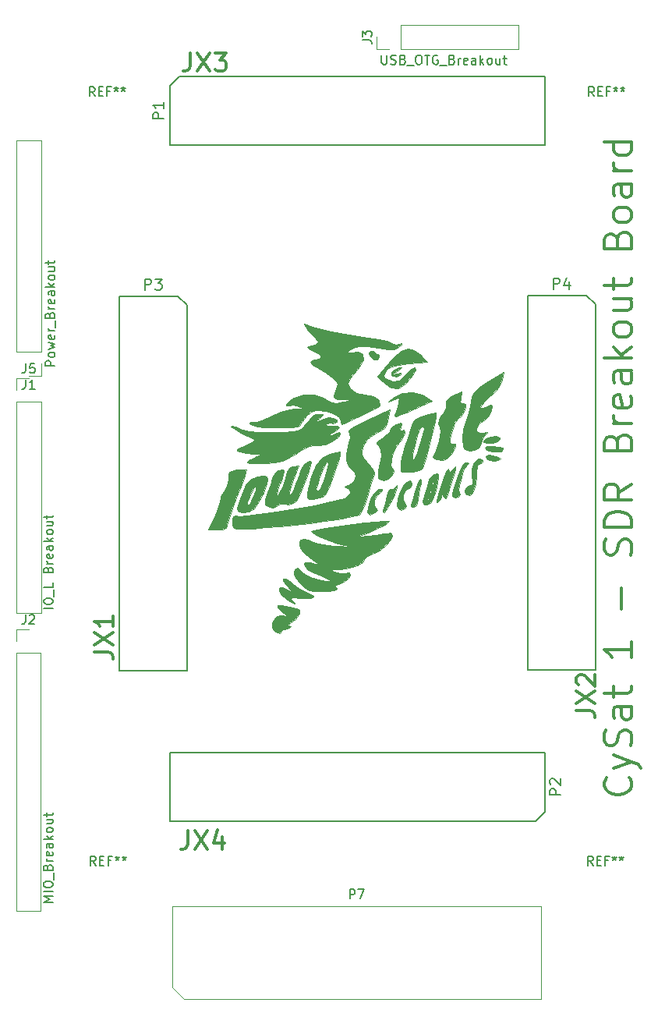
<source format=gbr>
%TF.GenerationSoftware,KiCad,Pcbnew,5.0.0*%
%TF.CreationDate,2018-07-30T20:43:33-05:00*%
%TF.ProjectId,breakout,627265616B6F75742E6B696361645F70,rev?*%
%TF.SameCoordinates,Original*%
%TF.FileFunction,Legend,Top*%
%TF.FilePolarity,Positive*%
%FSLAX46Y46*%
G04 Gerber Fmt 4.6, Leading zero omitted, Abs format (unit mm)*
G04 Created by KiCad (PCBNEW 5.0.0) date Mon Jul 30 20:43:33 2018*
%MOMM*%
%LPD*%
G01*
G04 APERTURE LIST*
%ADD10C,0.300000*%
%ADD11C,0.120000*%
%ADD12C,0.150000*%
%ADD13C,0.010000*%
G04 APERTURE END LIST*
D10*
X150169428Y-146037857D02*
X150312285Y-146180714D01*
X150455142Y-146609285D01*
X150455142Y-146895000D01*
X150312285Y-147323571D01*
X150026571Y-147609285D01*
X149740857Y-147752142D01*
X149169428Y-147895000D01*
X148740857Y-147895000D01*
X148169428Y-147752142D01*
X147883714Y-147609285D01*
X147598000Y-147323571D01*
X147455142Y-146895000D01*
X147455142Y-146609285D01*
X147598000Y-146180714D01*
X147740857Y-146037857D01*
X148455142Y-145037857D02*
X150455142Y-144323571D01*
X148455142Y-143609285D02*
X150455142Y-144323571D01*
X151169428Y-144609285D01*
X151312285Y-144752142D01*
X151455142Y-145037857D01*
X150312285Y-142609285D02*
X150455142Y-142180714D01*
X150455142Y-141466428D01*
X150312285Y-141180714D01*
X150169428Y-141037857D01*
X149883714Y-140895000D01*
X149598000Y-140895000D01*
X149312285Y-141037857D01*
X149169428Y-141180714D01*
X149026571Y-141466428D01*
X148883714Y-142037857D01*
X148740857Y-142323571D01*
X148598000Y-142466428D01*
X148312285Y-142609285D01*
X148026571Y-142609285D01*
X147740857Y-142466428D01*
X147598000Y-142323571D01*
X147455142Y-142037857D01*
X147455142Y-141323571D01*
X147598000Y-140895000D01*
X150455142Y-138323571D02*
X148883714Y-138323571D01*
X148598000Y-138466428D01*
X148455142Y-138752142D01*
X148455142Y-139323571D01*
X148598000Y-139609285D01*
X150312285Y-138323571D02*
X150455142Y-138609285D01*
X150455142Y-139323571D01*
X150312285Y-139609285D01*
X150026571Y-139752142D01*
X149740857Y-139752142D01*
X149455142Y-139609285D01*
X149312285Y-139323571D01*
X149312285Y-138609285D01*
X149169428Y-138323571D01*
X148455142Y-137323571D02*
X148455142Y-136180714D01*
X147455142Y-136895000D02*
X150026571Y-136895000D01*
X150312285Y-136752142D01*
X150455142Y-136466428D01*
X150455142Y-136180714D01*
X150455142Y-131323571D02*
X150455142Y-133037857D01*
X150455142Y-132180714D02*
X147455142Y-132180714D01*
X147883714Y-132466428D01*
X148169428Y-132752142D01*
X148312285Y-133037857D01*
X149312285Y-127752142D02*
X149312285Y-125466428D01*
X150312285Y-121895000D02*
X150455142Y-121466428D01*
X150455142Y-120752142D01*
X150312285Y-120466428D01*
X150169428Y-120323571D01*
X149883714Y-120180714D01*
X149598000Y-120180714D01*
X149312285Y-120323571D01*
X149169428Y-120466428D01*
X149026571Y-120752142D01*
X148883714Y-121323571D01*
X148740857Y-121609285D01*
X148598000Y-121752142D01*
X148312285Y-121895000D01*
X148026571Y-121895000D01*
X147740857Y-121752142D01*
X147598000Y-121609285D01*
X147455142Y-121323571D01*
X147455142Y-120609285D01*
X147598000Y-120180714D01*
X150455142Y-118895000D02*
X147455142Y-118895000D01*
X147455142Y-118180714D01*
X147598000Y-117752142D01*
X147883714Y-117466428D01*
X148169428Y-117323571D01*
X148740857Y-117180714D01*
X149169428Y-117180714D01*
X149740857Y-117323571D01*
X150026571Y-117466428D01*
X150312285Y-117752142D01*
X150455142Y-118180714D01*
X150455142Y-118895000D01*
X150455142Y-114180714D02*
X149026571Y-115180714D01*
X150455142Y-115895000D02*
X147455142Y-115895000D01*
X147455142Y-114752142D01*
X147598000Y-114466428D01*
X147740857Y-114323571D01*
X148026571Y-114180714D01*
X148455142Y-114180714D01*
X148740857Y-114323571D01*
X148883714Y-114466428D01*
X149026571Y-114752142D01*
X149026571Y-115895000D01*
X148883714Y-109609285D02*
X149026571Y-109180714D01*
X149169428Y-109037857D01*
X149455142Y-108895000D01*
X149883714Y-108895000D01*
X150169428Y-109037857D01*
X150312285Y-109180714D01*
X150455142Y-109466428D01*
X150455142Y-110609285D01*
X147455142Y-110609285D01*
X147455142Y-109609285D01*
X147598000Y-109323571D01*
X147740857Y-109180714D01*
X148026571Y-109037857D01*
X148312285Y-109037857D01*
X148598000Y-109180714D01*
X148740857Y-109323571D01*
X148883714Y-109609285D01*
X148883714Y-110609285D01*
X150455142Y-107609285D02*
X148455142Y-107609285D01*
X149026571Y-107609285D02*
X148740857Y-107466428D01*
X148598000Y-107323571D01*
X148455142Y-107037857D01*
X148455142Y-106752142D01*
X150312285Y-104609285D02*
X150455142Y-104895000D01*
X150455142Y-105466428D01*
X150312285Y-105752142D01*
X150026571Y-105895000D01*
X148883714Y-105895000D01*
X148598000Y-105752142D01*
X148455142Y-105466428D01*
X148455142Y-104895000D01*
X148598000Y-104609285D01*
X148883714Y-104466428D01*
X149169428Y-104466428D01*
X149455142Y-105895000D01*
X150455142Y-101895000D02*
X148883714Y-101895000D01*
X148598000Y-102037857D01*
X148455142Y-102323571D01*
X148455142Y-102895000D01*
X148598000Y-103180714D01*
X150312285Y-101895000D02*
X150455142Y-102180714D01*
X150455142Y-102895000D01*
X150312285Y-103180714D01*
X150026571Y-103323571D01*
X149740857Y-103323571D01*
X149455142Y-103180714D01*
X149312285Y-102895000D01*
X149312285Y-102180714D01*
X149169428Y-101895000D01*
X150455142Y-100466428D02*
X147455142Y-100466428D01*
X149312285Y-100180714D02*
X150455142Y-99323571D01*
X148455142Y-99323571D02*
X149598000Y-100466428D01*
X150455142Y-97609285D02*
X150312285Y-97895000D01*
X150169428Y-98037857D01*
X149883714Y-98180714D01*
X149026571Y-98180714D01*
X148740857Y-98037857D01*
X148598000Y-97895000D01*
X148455142Y-97609285D01*
X148455142Y-97180714D01*
X148598000Y-96895000D01*
X148740857Y-96752142D01*
X149026571Y-96609285D01*
X149883714Y-96609285D01*
X150169428Y-96752142D01*
X150312285Y-96895000D01*
X150455142Y-97180714D01*
X150455142Y-97609285D01*
X148455142Y-94037857D02*
X150455142Y-94037857D01*
X148455142Y-95323571D02*
X150026571Y-95323571D01*
X150312285Y-95180714D01*
X150455142Y-94895000D01*
X150455142Y-94466428D01*
X150312285Y-94180714D01*
X150169428Y-94037857D01*
X148455142Y-93037857D02*
X148455142Y-91895000D01*
X147455142Y-92609285D02*
X150026571Y-92609285D01*
X150312285Y-92466428D01*
X150455142Y-92180714D01*
X150455142Y-91895000D01*
X148883714Y-87609285D02*
X149026571Y-87180714D01*
X149169428Y-87037857D01*
X149455142Y-86895000D01*
X149883714Y-86895000D01*
X150169428Y-87037857D01*
X150312285Y-87180714D01*
X150455142Y-87466428D01*
X150455142Y-88609285D01*
X147455142Y-88609285D01*
X147455142Y-87609285D01*
X147598000Y-87323571D01*
X147740857Y-87180714D01*
X148026571Y-87037857D01*
X148312285Y-87037857D01*
X148598000Y-87180714D01*
X148740857Y-87323571D01*
X148883714Y-87609285D01*
X148883714Y-88609285D01*
X150455142Y-85180714D02*
X150312285Y-85466428D01*
X150169428Y-85609285D01*
X149883714Y-85752142D01*
X149026571Y-85752142D01*
X148740857Y-85609285D01*
X148598000Y-85466428D01*
X148455142Y-85180714D01*
X148455142Y-84752142D01*
X148598000Y-84466428D01*
X148740857Y-84323571D01*
X149026571Y-84180714D01*
X149883714Y-84180714D01*
X150169428Y-84323571D01*
X150312285Y-84466428D01*
X150455142Y-84752142D01*
X150455142Y-85180714D01*
X150455142Y-81609285D02*
X148883714Y-81609285D01*
X148598000Y-81752142D01*
X148455142Y-82037857D01*
X148455142Y-82609285D01*
X148598000Y-82895000D01*
X150312285Y-81609285D02*
X150455142Y-81895000D01*
X150455142Y-82609285D01*
X150312285Y-82895000D01*
X150026571Y-83037857D01*
X149740857Y-83037857D01*
X149455142Y-82895000D01*
X149312285Y-82609285D01*
X149312285Y-81895000D01*
X149169428Y-81609285D01*
X150455142Y-80180714D02*
X148455142Y-80180714D01*
X149026571Y-80180714D02*
X148740857Y-80037857D01*
X148598000Y-79895000D01*
X148455142Y-79609285D01*
X148455142Y-79323571D01*
X150455142Y-77037857D02*
X147455142Y-77037857D01*
X150312285Y-77037857D02*
X150455142Y-77323571D01*
X150455142Y-77895000D01*
X150312285Y-78180714D01*
X150169428Y-78323571D01*
X149883714Y-78466428D01*
X149026571Y-78466428D01*
X148740857Y-78323571D01*
X148598000Y-78180714D01*
X148455142Y-77895000D01*
X148455142Y-77323571D01*
X148598000Y-77037857D01*
X102520952Y-67357761D02*
X102520952Y-68786333D01*
X102425714Y-69072047D01*
X102235238Y-69262523D01*
X101949523Y-69357761D01*
X101759047Y-69357761D01*
X103282857Y-67357761D02*
X104616190Y-69357761D01*
X104616190Y-67357761D02*
X103282857Y-69357761D01*
X105187619Y-67357761D02*
X106425714Y-67357761D01*
X105759047Y-68119666D01*
X106044761Y-68119666D01*
X106235238Y-68214904D01*
X106330476Y-68310142D01*
X106425714Y-68500619D01*
X106425714Y-68976809D01*
X106330476Y-69167285D01*
X106235238Y-69262523D01*
X106044761Y-69357761D01*
X105473333Y-69357761D01*
X105282857Y-69262523D01*
X105187619Y-69167285D01*
X102266952Y-151812761D02*
X102266952Y-153241333D01*
X102171714Y-153527047D01*
X101981238Y-153717523D01*
X101695523Y-153812761D01*
X101505047Y-153812761D01*
X103028857Y-151812761D02*
X104362190Y-153812761D01*
X104362190Y-151812761D02*
X103028857Y-153812761D01*
X105981238Y-152479428D02*
X105981238Y-153812761D01*
X105505047Y-151717523D02*
X105028857Y-153146095D01*
X106266952Y-153146095D01*
X144446761Y-138779047D02*
X145875333Y-138779047D01*
X146161047Y-138874285D01*
X146351523Y-139064761D01*
X146446761Y-139350476D01*
X146446761Y-139540952D01*
X144446761Y-138017142D02*
X146446761Y-136683809D01*
X144446761Y-136683809D02*
X146446761Y-138017142D01*
X144637238Y-136017142D02*
X144542000Y-135921904D01*
X144446761Y-135731428D01*
X144446761Y-135255238D01*
X144542000Y-135064761D01*
X144637238Y-134969523D01*
X144827714Y-134874285D01*
X145018190Y-134874285D01*
X145303904Y-134969523D01*
X146446761Y-136112380D01*
X146446761Y-134874285D01*
X92122761Y-132429047D02*
X93551333Y-132429047D01*
X93837047Y-132524285D01*
X94027523Y-132714761D01*
X94122761Y-133000476D01*
X94122761Y-133190952D01*
X92122761Y-131667142D02*
X94122761Y-130333809D01*
X92122761Y-130333809D02*
X94122761Y-131667142D01*
X94122761Y-128524285D02*
X94122761Y-129667142D01*
X94122761Y-129095714D02*
X92122761Y-129095714D01*
X92408476Y-129286190D01*
X92598952Y-129476666D01*
X92694190Y-129667142D01*
D11*
X86293000Y-76902000D02*
X83633000Y-76902000D01*
X86293000Y-99822000D02*
X86293000Y-76902000D01*
X83633000Y-99822000D02*
X83633000Y-76902000D01*
X86293000Y-99822000D02*
X83633000Y-99822000D01*
X86293000Y-101092000D02*
X86293000Y-102422000D01*
X86293000Y-102422000D02*
X84963000Y-102422000D01*
D12*
X146524200Y-94696000D02*
X145524200Y-93696000D01*
X145524200Y-93696000D02*
X139124200Y-93696000D01*
X139124200Y-93696000D02*
X139124200Y-134396000D01*
X139124200Y-134396000D02*
X146524200Y-134396000D01*
X146524200Y-134396000D02*
X146524200Y-94696000D01*
X102175800Y-94772200D02*
X101175800Y-93772200D01*
X101175800Y-93772200D02*
X94775800Y-93772200D01*
X94775800Y-93772200D02*
X94775800Y-134472200D01*
X94775800Y-134472200D02*
X102175800Y-134472200D01*
X102175800Y-134472200D02*
X102175800Y-94772200D01*
X140000000Y-150766000D02*
X141000000Y-149766000D01*
X141000000Y-149766000D02*
X141000000Y-143366000D01*
X141000000Y-143366000D02*
X100300000Y-143366000D01*
X100300000Y-143366000D02*
X100300000Y-150766000D01*
X100300000Y-150766000D02*
X140000000Y-150766000D01*
X101300000Y-69960000D02*
X100300000Y-70960000D01*
X100300000Y-70960000D02*
X100300000Y-77360000D01*
X100300000Y-77360000D02*
X141000000Y-77360000D01*
X141000000Y-77360000D02*
X141000000Y-69960000D01*
X141000000Y-69960000D02*
X101300000Y-69960000D01*
D11*
X101803800Y-170100000D02*
X140613800Y-170100000D01*
X100533800Y-159990000D02*
X140613800Y-159990000D01*
X100533800Y-168830000D02*
X100533800Y-159990000D01*
X140613800Y-170100000D02*
X140613800Y-159990000D01*
X101803800Y-170100000D02*
X100533800Y-168830000D01*
X83607600Y-160537200D02*
X86267600Y-160537200D01*
X83607600Y-132537200D02*
X83607600Y-160537200D01*
X86267600Y-132537200D02*
X86267600Y-160537200D01*
X83607600Y-132537200D02*
X86267600Y-132537200D01*
X83607600Y-131267200D02*
X83607600Y-129937200D01*
X83607600Y-129937200D02*
X84937600Y-129937200D01*
X138109000Y-66989000D02*
X138109000Y-64329000D01*
X125349000Y-66989000D02*
X138109000Y-66989000D01*
X125349000Y-64329000D02*
X138109000Y-64329000D01*
X125349000Y-66989000D02*
X125349000Y-64329000D01*
X124079000Y-66989000D02*
X122749000Y-66989000D01*
X122749000Y-66989000D02*
X122749000Y-65659000D01*
X83633000Y-128203000D02*
X86293000Y-128203000D01*
X83633000Y-105283000D02*
X83633000Y-128203000D01*
X86293000Y-105283000D02*
X86293000Y-128203000D01*
X83633000Y-105283000D02*
X86293000Y-105283000D01*
X83633000Y-104013000D02*
X83633000Y-102683000D01*
X83633000Y-102683000D02*
X84963000Y-102683000D01*
D13*
G36*
X122501899Y-99857876D02*
X122722445Y-100073726D01*
X122807327Y-100050659D01*
X122983059Y-100146133D01*
X123007298Y-100316361D01*
X122836343Y-100656011D01*
X122440626Y-100639120D01*
X122046702Y-100328403D01*
X121873548Y-99958629D01*
X122065027Y-99746329D01*
X122414502Y-99732349D01*
X122501899Y-99857876D01*
X122501899Y-99857876D01*
G37*
X122501899Y-99857876D02*
X122722445Y-100073726D01*
X122807327Y-100050659D01*
X122983059Y-100146133D01*
X123007298Y-100316361D01*
X122836343Y-100656011D01*
X122440626Y-100639120D01*
X122046702Y-100328403D01*
X121873548Y-99958629D01*
X122065027Y-99746329D01*
X122414502Y-99732349D01*
X122501899Y-99857876D01*
G36*
X125424295Y-101550991D02*
X125209566Y-101772021D01*
X124968000Y-101929438D01*
X124518521Y-102208420D01*
X124519450Y-102264584D01*
X124934641Y-102158688D01*
X125378689Y-102103742D01*
X125386756Y-102281219D01*
X124975602Y-102551452D01*
X124487153Y-102490121D01*
X124307870Y-102323278D01*
X124383362Y-102018842D01*
X124675566Y-101788541D01*
X125224917Y-101546198D01*
X125424295Y-101550991D01*
X125424295Y-101550991D01*
G37*
X125424295Y-101550991D02*
X125209566Y-101772021D01*
X124968000Y-101929438D01*
X124518521Y-102208420D01*
X124519450Y-102264584D01*
X124934641Y-102158688D01*
X125378689Y-102103742D01*
X125386756Y-102281219D01*
X124975602Y-102551452D01*
X124487153Y-102490121D01*
X124307870Y-102323278D01*
X124383362Y-102018842D01*
X124675566Y-101788541D01*
X125224917Y-101546198D01*
X125424295Y-101550991D01*
G36*
X126830920Y-99636036D02*
X127543087Y-100201911D01*
X127639469Y-100302241D01*
X128222698Y-100923061D01*
X126186975Y-101113824D01*
X125074838Y-101246024D01*
X124368538Y-101414941D01*
X123939186Y-101660815D01*
X123752454Y-101873950D01*
X123500010Y-102327090D01*
X123614054Y-102618663D01*
X123810878Y-102777640D01*
X124487690Y-103081691D01*
X125153376Y-102931401D01*
X125903790Y-102309863D01*
X126525698Y-101729034D01*
X126881349Y-101538433D01*
X126936729Y-101737129D01*
X126657822Y-102324189D01*
X126654169Y-102330420D01*
X125896226Y-103319050D01*
X125097107Y-103777349D01*
X124261197Y-103704032D01*
X123544912Y-103240585D01*
X122790244Y-102569499D01*
X123585146Y-101570734D01*
X124585858Y-100416749D01*
X125417156Y-99723164D01*
X126143893Y-99469690D01*
X126830920Y-99636036D01*
X126830920Y-99636036D01*
G37*
X126830920Y-99636036D02*
X127543087Y-100201911D01*
X127639469Y-100302241D01*
X128222698Y-100923061D01*
X126186975Y-101113824D01*
X125074838Y-101246024D01*
X124368538Y-101414941D01*
X123939186Y-101660815D01*
X123752454Y-101873950D01*
X123500010Y-102327090D01*
X123614054Y-102618663D01*
X123810878Y-102777640D01*
X124487690Y-103081691D01*
X125153376Y-102931401D01*
X125903790Y-102309863D01*
X126525698Y-101729034D01*
X126881349Y-101538433D01*
X126936729Y-101737129D01*
X126657822Y-102324189D01*
X126654169Y-102330420D01*
X125896226Y-103319050D01*
X125097107Y-103777349D01*
X124261197Y-103704032D01*
X123544912Y-103240585D01*
X122790244Y-102569499D01*
X123585146Y-101570734D01*
X124585858Y-100416749D01*
X125417156Y-99723164D01*
X126143893Y-99469690D01*
X126830920Y-99636036D01*
G36*
X127674901Y-104500783D02*
X127987991Y-104677747D01*
X128735351Y-105170527D01*
X127052202Y-105906947D01*
X125934938Y-106394959D01*
X125226106Y-106692363D01*
X124842963Y-106819949D01*
X124702766Y-106798510D01*
X124722773Y-106648838D01*
X124789039Y-106475653D01*
X124998236Y-105839766D01*
X125139034Y-105330976D01*
X125218983Y-104865284D01*
X125029208Y-104810335D01*
X124669999Y-104969858D01*
X124032211Y-105281109D01*
X124663410Y-104731276D01*
X125542972Y-104288628D01*
X126614250Y-104210711D01*
X127674901Y-104500783D01*
X127674901Y-104500783D01*
G37*
X127674901Y-104500783D02*
X127987991Y-104677747D01*
X128735351Y-105170527D01*
X127052202Y-105906947D01*
X125934938Y-106394959D01*
X125226106Y-106692363D01*
X124842963Y-106819949D01*
X124702766Y-106798510D01*
X124722773Y-106648838D01*
X124789039Y-106475653D01*
X124998236Y-105839766D01*
X125139034Y-105330976D01*
X125218983Y-104865284D01*
X125029208Y-104810335D01*
X124669999Y-104969858D01*
X124032211Y-105281109D01*
X124663410Y-104731276D01*
X125542972Y-104288628D01*
X126614250Y-104210711D01*
X127674901Y-104500783D01*
G36*
X115104381Y-96839058D02*
X115288619Y-96933532D01*
X116084906Y-97236445D01*
X117368425Y-97550122D01*
X119155430Y-97878008D01*
X121202505Y-98187381D01*
X122394180Y-98376688D01*
X123404396Y-98577961D01*
X124104386Y-98763207D01*
X124343020Y-98870127D01*
X124868735Y-99033060D01*
X125165122Y-98983222D01*
X125481901Y-98884615D01*
X125407982Y-99030398D01*
X125180646Y-99265852D01*
X124885411Y-99501786D01*
X124513281Y-99597045D01*
X123917710Y-99559580D01*
X122952150Y-99397344D01*
X122908015Y-99389162D01*
X121688976Y-99212354D01*
X120834880Y-99217501D01*
X120355895Y-99337371D01*
X119843288Y-99588263D01*
X119602369Y-99800176D01*
X119724068Y-99882217D01*
X119821158Y-99871886D01*
X120757151Y-99848435D01*
X121256858Y-100118843D01*
X121306865Y-100649673D01*
X120893758Y-101407487D01*
X120585774Y-101777844D01*
X120042073Y-102446345D01*
X119692029Y-103004794D01*
X119620632Y-103227325D01*
X119863015Y-103841743D01*
X120510774Y-104274508D01*
X121444827Y-104448302D01*
X121501901Y-104448811D01*
X122396940Y-104626225D01*
X122955087Y-105111499D01*
X123096421Y-105649603D01*
X122874853Y-105811262D01*
X122301104Y-106124318D01*
X121511606Y-106522913D01*
X120642792Y-106941189D01*
X119831095Y-107313288D01*
X119212947Y-107573351D01*
X118937398Y-107657232D01*
X118830748Y-107439800D01*
X118818527Y-107268723D01*
X118580674Y-106853039D01*
X117983763Y-106480789D01*
X117202760Y-106222956D01*
X116412634Y-106150519D01*
X116149066Y-106185778D01*
X115617354Y-106375483D01*
X115160046Y-106756296D01*
X114651569Y-107448205D01*
X114386976Y-107869529D01*
X114087628Y-107951341D01*
X113404292Y-108008860D01*
X112487222Y-108040829D01*
X111486669Y-108045990D01*
X110552887Y-108023085D01*
X109836129Y-107970859D01*
X109527474Y-107910194D01*
X109065636Y-107667524D01*
X108925895Y-107503558D01*
X109123106Y-107428277D01*
X109296183Y-107474745D01*
X109712577Y-107435590D01*
X110435342Y-107193536D01*
X111234604Y-106835935D01*
X112327410Y-106380330D01*
X113369036Y-106095240D01*
X113872211Y-106037079D01*
X114513498Y-106013130D01*
X114673497Y-105947831D01*
X114405623Y-105805698D01*
X114290718Y-105759052D01*
X113668096Y-105608485D01*
X113288087Y-105633924D01*
X112952543Y-105680531D01*
X112959158Y-105490053D01*
X113244966Y-105174430D01*
X113725249Y-104856729D01*
X114818594Y-104510403D01*
X115977185Y-104490565D01*
X116988792Y-104790116D01*
X117277109Y-104975552D01*
X117810223Y-105301326D01*
X118392940Y-105376830D01*
X119117902Y-105272215D01*
X120289053Y-105042136D01*
X119121554Y-105012842D01*
X118407782Y-104961294D01*
X118097891Y-104773681D01*
X118130766Y-104330090D01*
X118405219Y-103607294D01*
X118469084Y-103307237D01*
X118339896Y-103012455D01*
X117943235Y-102647162D01*
X117204684Y-102135576D01*
X116545895Y-101713864D01*
X115830288Y-101234665D01*
X115537371Y-100950591D01*
X115618399Y-100804395D01*
X115743790Y-100771845D01*
X116514506Y-100593602D01*
X116768833Y-100396222D01*
X116523564Y-100119851D01*
X116011158Y-99818964D01*
X115373558Y-99465039D01*
X115168173Y-99284278D01*
X115355464Y-99198073D01*
X115676948Y-99154557D01*
X116260212Y-99007663D01*
X116355403Y-98727558D01*
X115972872Y-98254673D01*
X115852709Y-98143241D01*
X115330625Y-97580145D01*
X115030366Y-97145775D01*
X114891652Y-96807668D01*
X115104381Y-96839058D01*
X115104381Y-96839058D01*
G37*
X115104381Y-96839058D02*
X115288619Y-96933532D01*
X116084906Y-97236445D01*
X117368425Y-97550122D01*
X119155430Y-97878008D01*
X121202505Y-98187381D01*
X122394180Y-98376688D01*
X123404396Y-98577961D01*
X124104386Y-98763207D01*
X124343020Y-98870127D01*
X124868735Y-99033060D01*
X125165122Y-98983222D01*
X125481901Y-98884615D01*
X125407982Y-99030398D01*
X125180646Y-99265852D01*
X124885411Y-99501786D01*
X124513281Y-99597045D01*
X123917710Y-99559580D01*
X122952150Y-99397344D01*
X122908015Y-99389162D01*
X121688976Y-99212354D01*
X120834880Y-99217501D01*
X120355895Y-99337371D01*
X119843288Y-99588263D01*
X119602369Y-99800176D01*
X119724068Y-99882217D01*
X119821158Y-99871886D01*
X120757151Y-99848435D01*
X121256858Y-100118843D01*
X121306865Y-100649673D01*
X120893758Y-101407487D01*
X120585774Y-101777844D01*
X120042073Y-102446345D01*
X119692029Y-103004794D01*
X119620632Y-103227325D01*
X119863015Y-103841743D01*
X120510774Y-104274508D01*
X121444827Y-104448302D01*
X121501901Y-104448811D01*
X122396940Y-104626225D01*
X122955087Y-105111499D01*
X123096421Y-105649603D01*
X122874853Y-105811262D01*
X122301104Y-106124318D01*
X121511606Y-106522913D01*
X120642792Y-106941189D01*
X119831095Y-107313288D01*
X119212947Y-107573351D01*
X118937398Y-107657232D01*
X118830748Y-107439800D01*
X118818527Y-107268723D01*
X118580674Y-106853039D01*
X117983763Y-106480789D01*
X117202760Y-106222956D01*
X116412634Y-106150519D01*
X116149066Y-106185778D01*
X115617354Y-106375483D01*
X115160046Y-106756296D01*
X114651569Y-107448205D01*
X114386976Y-107869529D01*
X114087628Y-107951341D01*
X113404292Y-108008860D01*
X112487222Y-108040829D01*
X111486669Y-108045990D01*
X110552887Y-108023085D01*
X109836129Y-107970859D01*
X109527474Y-107910194D01*
X109065636Y-107667524D01*
X108925895Y-107503558D01*
X109123106Y-107428277D01*
X109296183Y-107474745D01*
X109712577Y-107435590D01*
X110435342Y-107193536D01*
X111234604Y-106835935D01*
X112327410Y-106380330D01*
X113369036Y-106095240D01*
X113872211Y-106037079D01*
X114513498Y-106013130D01*
X114673497Y-105947831D01*
X114405623Y-105805698D01*
X114290718Y-105759052D01*
X113668096Y-105608485D01*
X113288087Y-105633924D01*
X112952543Y-105680531D01*
X112959158Y-105490053D01*
X113244966Y-105174430D01*
X113725249Y-104856729D01*
X114818594Y-104510403D01*
X115977185Y-104490565D01*
X116988792Y-104790116D01*
X117277109Y-104975552D01*
X117810223Y-105301326D01*
X118392940Y-105376830D01*
X119117902Y-105272215D01*
X120289053Y-105042136D01*
X119121554Y-105012842D01*
X118407782Y-104961294D01*
X118097891Y-104773681D01*
X118130766Y-104330090D01*
X118405219Y-103607294D01*
X118469084Y-103307237D01*
X118339896Y-103012455D01*
X117943235Y-102647162D01*
X117204684Y-102135576D01*
X116545895Y-101713864D01*
X115830288Y-101234665D01*
X115537371Y-100950591D01*
X115618399Y-100804395D01*
X115743790Y-100771845D01*
X116514506Y-100593602D01*
X116768833Y-100396222D01*
X116523564Y-100119851D01*
X116011158Y-99818964D01*
X115373558Y-99465039D01*
X115168173Y-99284278D01*
X115355464Y-99198073D01*
X115676948Y-99154557D01*
X116260212Y-99007663D01*
X116355403Y-98727558D01*
X115972872Y-98254673D01*
X115852709Y-98143241D01*
X115330625Y-97580145D01*
X115030366Y-97145775D01*
X114891652Y-96807668D01*
X115104381Y-96839058D01*
G36*
X136098199Y-109126840D02*
X136132322Y-109328284D01*
X135849649Y-109562228D01*
X135318858Y-109717409D01*
X134756287Y-109764360D01*
X134378275Y-109673611D01*
X134325895Y-109574356D01*
X134564227Y-109258587D01*
X135164719Y-109044625D01*
X135706885Y-108994074D01*
X136098199Y-109126840D01*
X136098199Y-109126840D01*
G37*
X136098199Y-109126840D02*
X136132322Y-109328284D01*
X135849649Y-109562228D01*
X135318858Y-109717409D01*
X134756287Y-109764360D01*
X134378275Y-109673611D01*
X134325895Y-109574356D01*
X134564227Y-109258587D01*
X135164719Y-109044625D01*
X135706885Y-108994074D01*
X136098199Y-109126840D01*
G36*
X136367725Y-102891754D02*
X136073753Y-103633518D01*
X135606006Y-104177978D01*
X135600907Y-104181442D01*
X134931439Y-104697104D01*
X134411452Y-105210337D01*
X134091742Y-105641194D01*
X134023104Y-105909725D01*
X134256336Y-105935981D01*
X134575686Y-105795060D01*
X135089892Y-105557141D01*
X135257759Y-105667437D01*
X135191890Y-106194809D01*
X134878777Y-106832951D01*
X134493703Y-107170624D01*
X133859592Y-107628063D01*
X133535662Y-108102122D01*
X133539944Y-108481581D01*
X133890470Y-108655220D01*
X134259053Y-108617905D01*
X134740917Y-108528458D01*
X134762291Y-108619675D01*
X134526421Y-108818922D01*
X134144129Y-109350505D01*
X134058527Y-109730207D01*
X133851907Y-110225177D01*
X133359779Y-110532568D01*
X132773737Y-110613090D01*
X132285378Y-110427450D01*
X132107165Y-110130390D01*
X132030174Y-109217610D01*
X132149090Y-108207799D01*
X132377675Y-107523227D01*
X132663156Y-106780948D01*
X132927179Y-105774535D01*
X133101706Y-104772556D01*
X133120274Y-104591853D01*
X133393075Y-104131309D01*
X134113597Y-103522277D01*
X134852619Y-103034796D01*
X136539560Y-102003119D01*
X136367725Y-102891754D01*
X136367725Y-102891754D01*
G37*
X136367725Y-102891754D02*
X136073753Y-103633518D01*
X135606006Y-104177978D01*
X135600907Y-104181442D01*
X134931439Y-104697104D01*
X134411452Y-105210337D01*
X134091742Y-105641194D01*
X134023104Y-105909725D01*
X134256336Y-105935981D01*
X134575686Y-105795060D01*
X135089892Y-105557141D01*
X135257759Y-105667437D01*
X135191890Y-106194809D01*
X134878777Y-106832951D01*
X134493703Y-107170624D01*
X133859592Y-107628063D01*
X133535662Y-108102122D01*
X133539944Y-108481581D01*
X133890470Y-108655220D01*
X134259053Y-108617905D01*
X134740917Y-108528458D01*
X134762291Y-108619675D01*
X134526421Y-108818922D01*
X134144129Y-109350505D01*
X134058527Y-109730207D01*
X133851907Y-110225177D01*
X133359779Y-110532568D01*
X132773737Y-110613090D01*
X132285378Y-110427450D01*
X132107165Y-110130390D01*
X132030174Y-109217610D01*
X132149090Y-108207799D01*
X132377675Y-107523227D01*
X132663156Y-106780948D01*
X132927179Y-105774535D01*
X133101706Y-104772556D01*
X133120274Y-104591853D01*
X133393075Y-104131309D01*
X134113597Y-103522277D01*
X134852619Y-103034796D01*
X136539560Y-102003119D01*
X136367725Y-102891754D01*
G36*
X136031144Y-110116866D02*
X136427370Y-110250780D01*
X136464842Y-110315137D01*
X136291558Y-110634368D01*
X135727073Y-110695992D01*
X135395369Y-110656197D01*
X134689712Y-110475217D01*
X134474035Y-110270924D01*
X134754529Y-110111958D01*
X135341895Y-110063548D01*
X136031144Y-110116866D01*
X136031144Y-110116866D01*
G37*
X136031144Y-110116866D02*
X136427370Y-110250780D01*
X136464842Y-110315137D01*
X136291558Y-110634368D01*
X135727073Y-110695992D01*
X135395369Y-110656197D01*
X134689712Y-110475217D01*
X134474035Y-110270924D01*
X134754529Y-110111958D01*
X135341895Y-110063548D01*
X136031144Y-110116866D01*
G36*
X135395369Y-111075990D02*
X135958435Y-111227251D01*
X136197408Y-111427672D01*
X136197474Y-111430736D01*
X135977615Y-111604056D01*
X135488206Y-111664266D01*
X134984504Y-111600844D01*
X134771509Y-111489513D01*
X134599698Y-111165518D01*
X134910568Y-111040306D01*
X135395369Y-111075990D01*
X135395369Y-111075990D01*
G37*
X135395369Y-111075990D02*
X135958435Y-111227251D01*
X136197408Y-111427672D01*
X136197474Y-111430736D01*
X135977615Y-111604056D01*
X135488206Y-111664266D01*
X134984504Y-111600844D01*
X134771509Y-111489513D01*
X134599698Y-111165518D01*
X134910568Y-111040306D01*
X135395369Y-111075990D01*
G36*
X131853391Y-104853785D02*
X131821321Y-105342186D01*
X132030770Y-105425356D01*
X132117117Y-105397094D01*
X132361826Y-105457609D01*
X132378598Y-105819743D01*
X132211329Y-106324628D01*
X131903913Y-106813392D01*
X131663892Y-107037459D01*
X131238071Y-107547559D01*
X131001643Y-108118889D01*
X130818670Y-108845528D01*
X130685707Y-109328284D01*
X130726527Y-109723114D01*
X130965772Y-109796179D01*
X131303418Y-109855924D01*
X131325299Y-110099290D01*
X131019656Y-110622474D01*
X130831899Y-110891221D01*
X130368740Y-111436610D01*
X129902182Y-111606618D01*
X129189486Y-111487081D01*
X129164855Y-111480720D01*
X128847614Y-111264583D01*
X128925739Y-111043840D01*
X129164970Y-110564769D01*
X129388011Y-109847860D01*
X129558611Y-109067733D01*
X129640521Y-108399008D01*
X129597493Y-108016305D01*
X129560726Y-107984982D01*
X129404095Y-107699459D01*
X129488870Y-107181376D01*
X129758715Y-106642348D01*
X129982829Y-106399459D01*
X130257274Y-105898846D01*
X130249835Y-105563928D01*
X130293997Y-105141171D01*
X130738087Y-104766315D01*
X131050945Y-104604317D01*
X131986350Y-104158253D01*
X131853391Y-104853785D01*
X131853391Y-104853785D01*
G37*
X131853391Y-104853785D02*
X131821321Y-105342186D01*
X132030770Y-105425356D01*
X132117117Y-105397094D01*
X132361826Y-105457609D01*
X132378598Y-105819743D01*
X132211329Y-106324628D01*
X131903913Y-106813392D01*
X131663892Y-107037459D01*
X131238071Y-107547559D01*
X131001643Y-108118889D01*
X130818670Y-108845528D01*
X130685707Y-109328284D01*
X130726527Y-109723114D01*
X130965772Y-109796179D01*
X131303418Y-109855924D01*
X131325299Y-110099290D01*
X131019656Y-110622474D01*
X130831899Y-110891221D01*
X130368740Y-111436610D01*
X129902182Y-111606618D01*
X129189486Y-111487081D01*
X129164855Y-111480720D01*
X128847614Y-111264583D01*
X128925739Y-111043840D01*
X129164970Y-110564769D01*
X129388011Y-109847860D01*
X129558611Y-109067733D01*
X129640521Y-108399008D01*
X129597493Y-108016305D01*
X129560726Y-107984982D01*
X129404095Y-107699459D01*
X129488870Y-107181376D01*
X129758715Y-106642348D01*
X129982829Y-106399459D01*
X130257274Y-105898846D01*
X130249835Y-105563928D01*
X130293997Y-105141171D01*
X130738087Y-104766315D01*
X131050945Y-104604317D01*
X131986350Y-104158253D01*
X131853391Y-104853785D01*
G36*
X116873255Y-106610658D02*
X116814653Y-106757077D01*
X116530155Y-106980308D01*
X116213336Y-107289782D01*
X116320949Y-107370809D01*
X116785235Y-107203973D01*
X116974624Y-107107683D01*
X117507687Y-106962829D01*
X118039401Y-107004963D01*
X118384136Y-107191534D01*
X118391181Y-107432406D01*
X118028387Y-107599064D01*
X117718878Y-107571871D01*
X117309463Y-107578943D01*
X117214316Y-107713432D01*
X117436231Y-107873328D01*
X117889118Y-107857942D01*
X118505968Y-107843295D01*
X118697889Y-108037595D01*
X118421576Y-108330884D01*
X118129113Y-108467318D01*
X117662916Y-108704519D01*
X117555389Y-108889533D01*
X117874784Y-108894131D01*
X118260891Y-108738961D01*
X118708557Y-108569370D01*
X118795760Y-108691068D01*
X118549736Y-109027059D01*
X117997722Y-109500349D01*
X117989363Y-109506539D01*
X117180596Y-109942356D01*
X116397959Y-109966998D01*
X116374255Y-109962377D01*
X115809260Y-109944103D01*
X115170961Y-110156978D01*
X114310182Y-110655706D01*
X114089898Y-110800078D01*
X113209294Y-111343162D01*
X112464247Y-111658867D01*
X111621406Y-111820885D01*
X110625006Y-111894270D01*
X109677703Y-111921921D01*
X108980472Y-111903802D01*
X108664836Y-111844116D01*
X108658527Y-111831432D01*
X108877455Y-111628377D01*
X109415561Y-111339573D01*
X109527474Y-111289283D01*
X110396421Y-110909273D01*
X109460632Y-110883812D01*
X108621541Y-110817621D01*
X107910884Y-110693918D01*
X107906818Y-110692834D01*
X107572900Y-110572125D01*
X107605172Y-110427808D01*
X108057036Y-110185505D01*
X108374713Y-110041136D01*
X109028440Y-109721221D01*
X109415395Y-109479237D01*
X109460632Y-109420710D01*
X109239149Y-109244338D01*
X108675921Y-108946837D01*
X108291978Y-108769514D01*
X107557208Y-108398534D01*
X107039897Y-108053374D01*
X106925708Y-107932813D01*
X106996742Y-107832859D01*
X107424351Y-107979511D01*
X107626467Y-108078678D01*
X108187821Y-108301178D01*
X108914033Y-108440041D01*
X109924999Y-108509108D01*
X111340618Y-108522223D01*
X111460958Y-108521380D01*
X112759510Y-108503685D01*
X113632603Y-108460993D01*
X114189500Y-108372661D01*
X114539460Y-108218046D01*
X114791745Y-107976504D01*
X114869812Y-107877323D01*
X115436375Y-107156953D01*
X115818688Y-106769839D01*
X116143397Y-106614164D01*
X116473854Y-106587758D01*
X116873255Y-106610658D01*
X116873255Y-106610658D01*
G37*
X116873255Y-106610658D02*
X116814653Y-106757077D01*
X116530155Y-106980308D01*
X116213336Y-107289782D01*
X116320949Y-107370809D01*
X116785235Y-107203973D01*
X116974624Y-107107683D01*
X117507687Y-106962829D01*
X118039401Y-107004963D01*
X118384136Y-107191534D01*
X118391181Y-107432406D01*
X118028387Y-107599064D01*
X117718878Y-107571871D01*
X117309463Y-107578943D01*
X117214316Y-107713432D01*
X117436231Y-107873328D01*
X117889118Y-107857942D01*
X118505968Y-107843295D01*
X118697889Y-108037595D01*
X118421576Y-108330884D01*
X118129113Y-108467318D01*
X117662916Y-108704519D01*
X117555389Y-108889533D01*
X117874784Y-108894131D01*
X118260891Y-108738961D01*
X118708557Y-108569370D01*
X118795760Y-108691068D01*
X118549736Y-109027059D01*
X117997722Y-109500349D01*
X117989363Y-109506539D01*
X117180596Y-109942356D01*
X116397959Y-109966998D01*
X116374255Y-109962377D01*
X115809260Y-109944103D01*
X115170961Y-110156978D01*
X114310182Y-110655706D01*
X114089898Y-110800078D01*
X113209294Y-111343162D01*
X112464247Y-111658867D01*
X111621406Y-111820885D01*
X110625006Y-111894270D01*
X109677703Y-111921921D01*
X108980472Y-111903802D01*
X108664836Y-111844116D01*
X108658527Y-111831432D01*
X108877455Y-111628377D01*
X109415561Y-111339573D01*
X109527474Y-111289283D01*
X110396421Y-110909273D01*
X109460632Y-110883812D01*
X108621541Y-110817621D01*
X107910884Y-110693918D01*
X107906818Y-110692834D01*
X107572900Y-110572125D01*
X107605172Y-110427808D01*
X108057036Y-110185505D01*
X108374713Y-110041136D01*
X109028440Y-109721221D01*
X109415395Y-109479237D01*
X109460632Y-109420710D01*
X109239149Y-109244338D01*
X108675921Y-108946837D01*
X108291978Y-108769514D01*
X107557208Y-108398534D01*
X107039897Y-108053374D01*
X106925708Y-107932813D01*
X106996742Y-107832859D01*
X107424351Y-107979511D01*
X107626467Y-108078678D01*
X108187821Y-108301178D01*
X108914033Y-108440041D01*
X109924999Y-108509108D01*
X111340618Y-108522223D01*
X111460958Y-108521380D01*
X112759510Y-108503685D01*
X113632603Y-108460993D01*
X114189500Y-108372661D01*
X114539460Y-108218046D01*
X114791745Y-107976504D01*
X114869812Y-107877323D01*
X115436375Y-107156953D01*
X115818688Y-106769839D01*
X116143397Y-106614164D01*
X116473854Y-106587758D01*
X116873255Y-106610658D01*
G36*
X129210544Y-106463285D02*
X129194345Y-106751260D01*
X129063097Y-107426376D01*
X128849162Y-108361758D01*
X128584900Y-109430529D01*
X128302674Y-110505813D01*
X128034844Y-111460734D01*
X127813771Y-112168417D01*
X127671817Y-112501985D01*
X127669714Y-112504276D01*
X127279269Y-112688595D01*
X126637696Y-112826461D01*
X125967900Y-112889541D01*
X125492789Y-112849502D01*
X125403137Y-112792381D01*
X125327738Y-112332196D01*
X125392226Y-111619304D01*
X125429918Y-111470497D01*
X126605968Y-111470497D01*
X126686526Y-111615522D01*
X126876527Y-111370508D01*
X127136515Y-110790668D01*
X127427033Y-109931215D01*
X127478399Y-109755029D01*
X127743763Y-108805347D01*
X127870028Y-108258242D01*
X127867701Y-108002911D01*
X127747291Y-107928549D01*
X127651990Y-107924600D01*
X127416029Y-108178337D01*
X127142823Y-108891965D01*
X126855981Y-109994114D01*
X126674310Y-110880219D01*
X126605968Y-111470497D01*
X125429918Y-111470497D01*
X125571943Y-110909790D01*
X125588676Y-110865653D01*
X125743568Y-110399678D01*
X125980605Y-109613485D01*
X126176302Y-108932174D01*
X126458533Y-108074819D01*
X126744855Y-107435118D01*
X126923957Y-107196444D01*
X127437712Y-106941512D01*
X128114729Y-106689011D01*
X128756400Y-106502621D01*
X129164115Y-106446022D01*
X129210544Y-106463285D01*
X129210544Y-106463285D01*
G37*
X129210544Y-106463285D02*
X129194345Y-106751260D01*
X129063097Y-107426376D01*
X128849162Y-108361758D01*
X128584900Y-109430529D01*
X128302674Y-110505813D01*
X128034844Y-111460734D01*
X127813771Y-112168417D01*
X127671817Y-112501985D01*
X127669714Y-112504276D01*
X127279269Y-112688595D01*
X126637696Y-112826461D01*
X125967900Y-112889541D01*
X125492789Y-112849502D01*
X125403137Y-112792381D01*
X125327738Y-112332196D01*
X125392226Y-111619304D01*
X125429918Y-111470497D01*
X126605968Y-111470497D01*
X126686526Y-111615522D01*
X126876527Y-111370508D01*
X127136515Y-110790668D01*
X127427033Y-109931215D01*
X127478399Y-109755029D01*
X127743763Y-108805347D01*
X127870028Y-108258242D01*
X127867701Y-108002911D01*
X127747291Y-107928549D01*
X127651990Y-107924600D01*
X127416029Y-108178337D01*
X127142823Y-108891965D01*
X126855981Y-109994114D01*
X126674310Y-110880219D01*
X126605968Y-111470497D01*
X125429918Y-111470497D01*
X125571943Y-110909790D01*
X125588676Y-110865653D01*
X125743568Y-110399678D01*
X125980605Y-109613485D01*
X126176302Y-108932174D01*
X126458533Y-108074819D01*
X126744855Y-107435118D01*
X126923957Y-107196444D01*
X127437712Y-106941512D01*
X128114729Y-106689011D01*
X128756400Y-106502621D01*
X129164115Y-106446022D01*
X129210544Y-106463285D01*
G36*
X125443303Y-107630775D02*
X125359345Y-107955187D01*
X125301781Y-108354632D01*
X125474093Y-108343356D01*
X125726034Y-108331681D01*
X125775589Y-108631380D01*
X125651875Y-109071799D01*
X125384006Y-109482286D01*
X125261898Y-109587083D01*
X124872424Y-110049725D01*
X124546914Y-110751154D01*
X124336606Y-111511331D01*
X124292738Y-112150219D01*
X124440245Y-112474178D01*
X124621381Y-112761179D01*
X124451461Y-113237966D01*
X124018593Y-113668129D01*
X123474357Y-113794888D01*
X123030430Y-113591444D01*
X122935067Y-113429958D01*
X122908509Y-112940987D01*
X123026390Y-112210684D01*
X123069549Y-112042564D01*
X123218966Y-111140038D01*
X123172019Y-110374504D01*
X122950336Y-109890497D01*
X122733226Y-109795180D01*
X122734342Y-109677561D01*
X123107490Y-109384792D01*
X123296948Y-109264373D01*
X123861585Y-108832693D01*
X124154445Y-108438069D01*
X124165895Y-108372499D01*
X124384842Y-108008358D01*
X124853253Y-107697252D01*
X125329111Y-107512711D01*
X125443303Y-107630775D01*
X125443303Y-107630775D01*
G37*
X125443303Y-107630775D02*
X125359345Y-107955187D01*
X125301781Y-108354632D01*
X125474093Y-108343356D01*
X125726034Y-108331681D01*
X125775589Y-108631380D01*
X125651875Y-109071799D01*
X125384006Y-109482286D01*
X125261898Y-109587083D01*
X124872424Y-110049725D01*
X124546914Y-110751154D01*
X124336606Y-111511331D01*
X124292738Y-112150219D01*
X124440245Y-112474178D01*
X124621381Y-112761179D01*
X124451461Y-113237966D01*
X124018593Y-113668129D01*
X123474357Y-113794888D01*
X123030430Y-113591444D01*
X122935067Y-113429958D01*
X122908509Y-112940987D01*
X123026390Y-112210684D01*
X123069549Y-112042564D01*
X123218966Y-111140038D01*
X123172019Y-110374504D01*
X122950336Y-109890497D01*
X122733226Y-109795180D01*
X122734342Y-109677561D01*
X123107490Y-109384792D01*
X123296948Y-109264373D01*
X123861585Y-108832693D01*
X124154445Y-108438069D01*
X124165895Y-108372499D01*
X124384842Y-108008358D01*
X124853253Y-107697252D01*
X125329111Y-107512711D01*
X125443303Y-107630775D01*
G36*
X134252704Y-111565675D02*
X134247913Y-111734600D01*
X133954646Y-112002398D01*
X133829428Y-112003585D01*
X133643001Y-112206216D01*
X133563336Y-112885191D01*
X133563512Y-113271012D01*
X133489554Y-114252633D01*
X133253501Y-114983713D01*
X132906944Y-115377674D01*
X132501474Y-115347934D01*
X132383615Y-115251092D01*
X132311775Y-114879756D01*
X132550118Y-114491057D01*
X132896089Y-114341442D01*
X133141317Y-114207695D01*
X133158545Y-113731009D01*
X133110378Y-113433806D01*
X133088548Y-112554984D01*
X133322801Y-111839769D01*
X133750394Y-111438940D01*
X133956530Y-111400390D01*
X134252704Y-111565675D01*
X134252704Y-111565675D01*
G37*
X134252704Y-111565675D02*
X134247913Y-111734600D01*
X133954646Y-112002398D01*
X133829428Y-112003585D01*
X133643001Y-112206216D01*
X133563336Y-112885191D01*
X133563512Y-113271012D01*
X133489554Y-114252633D01*
X133253501Y-114983713D01*
X132906944Y-115377674D01*
X132501474Y-115347934D01*
X132383615Y-115251092D01*
X132311775Y-114879756D01*
X132550118Y-114491057D01*
X132896089Y-114341442D01*
X133141317Y-114207695D01*
X133158545Y-113731009D01*
X133110378Y-113433806D01*
X133088548Y-112554984D01*
X133322801Y-111839769D01*
X133750394Y-111438940D01*
X133956530Y-111400390D01*
X134252704Y-111565675D01*
G36*
X132721684Y-111921237D02*
X132514586Y-112218966D01*
X132442793Y-112250897D01*
X132198972Y-112557919D01*
X132076477Y-113008441D01*
X131901321Y-113797839D01*
X131719464Y-114341442D01*
X131596049Y-114864643D01*
X131686394Y-115099541D01*
X131825525Y-115312335D01*
X131614060Y-115562280D01*
X131206773Y-115678284D01*
X130912436Y-115513234D01*
X130918901Y-115344074D01*
X131058369Y-114917174D01*
X131287120Y-114163283D01*
X131481290Y-113501466D01*
X131781651Y-112660885D01*
X132106453Y-112049318D01*
X132319679Y-111838805D01*
X132665072Y-111822224D01*
X132721684Y-111921237D01*
X132721684Y-111921237D01*
G37*
X132721684Y-111921237D02*
X132514586Y-112218966D01*
X132442793Y-112250897D01*
X132198972Y-112557919D01*
X132076477Y-113008441D01*
X131901321Y-113797839D01*
X131719464Y-114341442D01*
X131596049Y-114864643D01*
X131686394Y-115099541D01*
X131825525Y-115312335D01*
X131614060Y-115562280D01*
X131206773Y-115678284D01*
X130912436Y-115513234D01*
X130918901Y-115344074D01*
X131058369Y-114917174D01*
X131287120Y-114163283D01*
X131481290Y-113501466D01*
X131781651Y-112660885D01*
X132106453Y-112049318D01*
X132319679Y-111838805D01*
X132665072Y-111822224D01*
X132721684Y-111921237D01*
G36*
X118760107Y-110718111D02*
X118729483Y-111001319D01*
X118559023Y-111671269D01*
X118280723Y-112608328D01*
X118118644Y-113116592D01*
X117694135Y-114319595D01*
X117337835Y-115079073D01*
X117007637Y-115474735D01*
X116825187Y-115565228D01*
X116147261Y-115756457D01*
X115833133Y-115844059D01*
X115362489Y-115810136D01*
X115212544Y-115683933D01*
X115174837Y-115262941D01*
X115268006Y-114790124D01*
X116144842Y-114790124D01*
X116348995Y-114875109D01*
X116387078Y-114876179D01*
X116605236Y-114645806D01*
X116892982Y-114058211D01*
X117055499Y-113625393D01*
X117345007Y-112668198D01*
X117470703Y-112009417D01*
X117424896Y-111720696D01*
X117249853Y-111814811D01*
X117069692Y-112157952D01*
X116797595Y-112816918D01*
X116505330Y-113598470D01*
X116264665Y-114309371D01*
X116147367Y-114756383D01*
X116144842Y-114790124D01*
X115268006Y-114790124D01*
X115307322Y-114590607D01*
X115349726Y-114453950D01*
X115571346Y-113744232D01*
X115708460Y-113234987D01*
X115717536Y-113189178D01*
X116118622Y-112151595D01*
X116847667Y-111318727D01*
X117667605Y-110885349D01*
X118325997Y-110735109D01*
X118724150Y-110703441D01*
X118760107Y-110718111D01*
X118760107Y-110718111D01*
G37*
X118760107Y-110718111D02*
X118729483Y-111001319D01*
X118559023Y-111671269D01*
X118280723Y-112608328D01*
X118118644Y-113116592D01*
X117694135Y-114319595D01*
X117337835Y-115079073D01*
X117007637Y-115474735D01*
X116825187Y-115565228D01*
X116147261Y-115756457D01*
X115833133Y-115844059D01*
X115362489Y-115810136D01*
X115212544Y-115683933D01*
X115174837Y-115262941D01*
X115268006Y-114790124D01*
X116144842Y-114790124D01*
X116348995Y-114875109D01*
X116387078Y-114876179D01*
X116605236Y-114645806D01*
X116892982Y-114058211D01*
X117055499Y-113625393D01*
X117345007Y-112668198D01*
X117470703Y-112009417D01*
X117424896Y-111720696D01*
X117249853Y-111814811D01*
X117069692Y-112157952D01*
X116797595Y-112816918D01*
X116505330Y-113598470D01*
X116264665Y-114309371D01*
X116147367Y-114756383D01*
X116144842Y-114790124D01*
X115268006Y-114790124D01*
X115307322Y-114590607D01*
X115349726Y-114453950D01*
X115571346Y-113744232D01*
X115708460Y-113234987D01*
X115717536Y-113189178D01*
X116118622Y-112151595D01*
X116847667Y-111318727D01*
X117667605Y-110885349D01*
X118325997Y-110735109D01*
X118724150Y-110703441D01*
X118760107Y-110718111D01*
G36*
X131309268Y-112469863D02*
X131173555Y-112929625D01*
X130942452Y-113715443D01*
X130719420Y-114475127D01*
X130450456Y-115322162D01*
X130261217Y-115709312D01*
X130112311Y-115697991D01*
X130033507Y-115544600D01*
X129867470Y-115210637D01*
X129804657Y-115368057D01*
X129799424Y-115461979D01*
X129684161Y-115836513D01*
X129464257Y-116118732D01*
X129282189Y-116161833D01*
X129249833Y-116028274D01*
X129326395Y-115674140D01*
X129520827Y-114977503D01*
X129730953Y-114283655D01*
X130070674Y-113289107D01*
X130342764Y-112674574D01*
X130521853Y-112485924D01*
X130582737Y-112743772D01*
X130699225Y-112880477D01*
X131005616Y-112587808D01*
X131287782Y-112309085D01*
X131309268Y-112469863D01*
X131309268Y-112469863D01*
G37*
X131309268Y-112469863D02*
X131173555Y-112929625D01*
X130942452Y-113715443D01*
X130719420Y-114475127D01*
X130450456Y-115322162D01*
X130261217Y-115709312D01*
X130112311Y-115697991D01*
X130033507Y-115544600D01*
X129867470Y-115210637D01*
X129804657Y-115368057D01*
X129799424Y-115461979D01*
X129684161Y-115836513D01*
X129464257Y-116118732D01*
X129282189Y-116161833D01*
X129249833Y-116028274D01*
X129326395Y-115674140D01*
X129520827Y-114977503D01*
X129730953Y-114283655D01*
X130070674Y-113289107D01*
X130342764Y-112674574D01*
X130521853Y-112485924D01*
X130582737Y-112743772D01*
X130699225Y-112880477D01*
X131005616Y-112587808D01*
X131287782Y-112309085D01*
X131309268Y-112469863D01*
G36*
X129428004Y-113097587D02*
X129455651Y-113430232D01*
X129345459Y-114081060D01*
X129145011Y-114866695D01*
X128901891Y-115603760D01*
X128663683Y-116108881D01*
X128636932Y-116146179D01*
X128238762Y-116444037D01*
X127867949Y-116453237D01*
X127716531Y-116195746D01*
X127751582Y-116044913D01*
X127826046Y-115811969D01*
X128176421Y-115811969D01*
X128310106Y-115945653D01*
X128443790Y-115811969D01*
X128310106Y-115678284D01*
X128176421Y-115811969D01*
X127826046Y-115811969D01*
X127917595Y-115525582D01*
X128060739Y-115009863D01*
X128443790Y-115009863D01*
X128577474Y-115143548D01*
X128711158Y-115009863D01*
X128577474Y-114876179D01*
X128443790Y-115009863D01*
X128060739Y-115009863D01*
X128136094Y-114738379D01*
X128218714Y-114417931D01*
X128345596Y-114074074D01*
X128711158Y-114074074D01*
X128808984Y-114294148D01*
X128889404Y-114252320D01*
X128921403Y-113935016D01*
X128889404Y-113895828D01*
X128730454Y-113932530D01*
X128711158Y-114074074D01*
X128345596Y-114074074D01*
X128528780Y-113577637D01*
X128914553Y-113082625D01*
X129305063Y-113010383D01*
X129428004Y-113097587D01*
X129428004Y-113097587D01*
G37*
X129428004Y-113097587D02*
X129455651Y-113430232D01*
X129345459Y-114081060D01*
X129145011Y-114866695D01*
X128901891Y-115603760D01*
X128663683Y-116108881D01*
X128636932Y-116146179D01*
X128238762Y-116444037D01*
X127867949Y-116453237D01*
X127716531Y-116195746D01*
X127751582Y-116044913D01*
X127826046Y-115811969D01*
X128176421Y-115811969D01*
X128310106Y-115945653D01*
X128443790Y-115811969D01*
X128310106Y-115678284D01*
X128176421Y-115811969D01*
X127826046Y-115811969D01*
X127917595Y-115525582D01*
X128060739Y-115009863D01*
X128443790Y-115009863D01*
X128577474Y-115143548D01*
X128711158Y-115009863D01*
X128577474Y-114876179D01*
X128443790Y-115009863D01*
X128060739Y-115009863D01*
X128136094Y-114738379D01*
X128218714Y-114417931D01*
X128345596Y-114074074D01*
X128711158Y-114074074D01*
X128808984Y-114294148D01*
X128889404Y-114252320D01*
X128921403Y-113935016D01*
X128889404Y-113895828D01*
X128730454Y-113932530D01*
X128711158Y-114074074D01*
X128345596Y-114074074D01*
X128528780Y-113577637D01*
X128914553Y-113082625D01*
X129305063Y-113010383D01*
X129428004Y-113097587D01*
G36*
X127580818Y-113676932D02*
X127524350Y-114168105D01*
X127487454Y-114341442D01*
X127328334Y-115187666D01*
X127236457Y-115931554D01*
X127235552Y-115945653D01*
X127055701Y-116485311D01*
X126774471Y-116695717D01*
X126548881Y-116692640D01*
X126488848Y-116487253D01*
X126593246Y-115965482D01*
X126761274Y-115358875D01*
X127038329Y-114509987D01*
X127295485Y-113907170D01*
X127490423Y-113609719D01*
X127580818Y-113676932D01*
X127580818Y-113676932D01*
G37*
X127580818Y-113676932D02*
X127524350Y-114168105D01*
X127487454Y-114341442D01*
X127328334Y-115187666D01*
X127236457Y-115931554D01*
X127235552Y-115945653D01*
X127055701Y-116485311D01*
X126774471Y-116695717D01*
X126548881Y-116692640D01*
X126488848Y-116487253D01*
X126593246Y-115965482D01*
X126761274Y-115358875D01*
X127038329Y-114509987D01*
X127295485Y-113907170D01*
X127490423Y-113609719D01*
X127580818Y-113676932D01*
G36*
X115588696Y-111888609D02*
X115476023Y-112458528D01*
X115226878Y-113253834D01*
X114889909Y-114146756D01*
X114513760Y-115009520D01*
X114147077Y-115714352D01*
X113838507Y-116133480D01*
X113808247Y-116158102D01*
X113175403Y-116378517D01*
X112752281Y-116357647D01*
X112226194Y-116345977D01*
X112001238Y-116479408D01*
X111588210Y-116724971D01*
X111037896Y-116684706D01*
X110645294Y-116387542D01*
X110625962Y-116344540D01*
X110631274Y-115850223D01*
X110845221Y-115159105D01*
X110898248Y-115041453D01*
X111215038Y-114261202D01*
X111411232Y-113573590D01*
X111418862Y-113528265D01*
X111724537Y-112953276D01*
X112090757Y-112701020D01*
X112478611Y-112598686D01*
X112633114Y-112726034D01*
X112565553Y-113170501D01*
X112287216Y-114019524D01*
X112268000Y-114074074D01*
X112027551Y-114829411D01*
X111895387Y-115389787D01*
X111885834Y-115511373D01*
X111980586Y-115496096D01*
X112197023Y-115118832D01*
X112473471Y-114519911D01*
X112748253Y-113839665D01*
X112959693Y-113218421D01*
X113037366Y-112891298D01*
X113350018Y-112390117D01*
X113700389Y-112250300D01*
X114280004Y-112164420D01*
X113715784Y-113672433D01*
X113439131Y-114492635D01*
X113291727Y-115096428D01*
X113295698Y-115324579D01*
X113469731Y-115196652D01*
X113743618Y-114703686D01*
X114052531Y-113989388D01*
X114331640Y-113197465D01*
X114455881Y-112752834D01*
X114825221Y-111978066D01*
X115434969Y-111675864D01*
X115516253Y-111671852D01*
X115588696Y-111888609D01*
X115588696Y-111888609D01*
G37*
X115588696Y-111888609D02*
X115476023Y-112458528D01*
X115226878Y-113253834D01*
X114889909Y-114146756D01*
X114513760Y-115009520D01*
X114147077Y-115714352D01*
X113838507Y-116133480D01*
X113808247Y-116158102D01*
X113175403Y-116378517D01*
X112752281Y-116357647D01*
X112226194Y-116345977D01*
X112001238Y-116479408D01*
X111588210Y-116724971D01*
X111037896Y-116684706D01*
X110645294Y-116387542D01*
X110625962Y-116344540D01*
X110631274Y-115850223D01*
X110845221Y-115159105D01*
X110898248Y-115041453D01*
X111215038Y-114261202D01*
X111411232Y-113573590D01*
X111418862Y-113528265D01*
X111724537Y-112953276D01*
X112090757Y-112701020D01*
X112478611Y-112598686D01*
X112633114Y-112726034D01*
X112565553Y-113170501D01*
X112287216Y-114019524D01*
X112268000Y-114074074D01*
X112027551Y-114829411D01*
X111895387Y-115389787D01*
X111885834Y-115511373D01*
X111980586Y-115496096D01*
X112197023Y-115118832D01*
X112473471Y-114519911D01*
X112748253Y-113839665D01*
X112959693Y-113218421D01*
X113037366Y-112891298D01*
X113350018Y-112390117D01*
X113700389Y-112250300D01*
X114280004Y-112164420D01*
X113715784Y-113672433D01*
X113439131Y-114492635D01*
X113291727Y-115096428D01*
X113295698Y-115324579D01*
X113469731Y-115196652D01*
X113743618Y-114703686D01*
X114052531Y-113989388D01*
X114331640Y-113197465D01*
X114455881Y-112752834D01*
X114825221Y-111978066D01*
X115434969Y-111675864D01*
X115516253Y-111671852D01*
X115588696Y-111888609D01*
G36*
X126565329Y-114089555D02*
X126572211Y-114207758D01*
X126373077Y-114562560D01*
X126200143Y-114608811D01*
X125863481Y-114833708D01*
X125646104Y-115344549D01*
X125610571Y-115895558D01*
X125788855Y-116224609D01*
X125965817Y-116547041D01*
X125767605Y-116878999D01*
X125353274Y-117015127D01*
X125033038Y-116794566D01*
X124968000Y-116520287D01*
X125067001Y-115842863D01*
X125310174Y-115048454D01*
X125616780Y-114359005D01*
X125880743Y-114011326D01*
X126360913Y-113823611D01*
X126565329Y-114089555D01*
X126565329Y-114089555D01*
G37*
X126565329Y-114089555D02*
X126572211Y-114207758D01*
X126373077Y-114562560D01*
X126200143Y-114608811D01*
X125863481Y-114833708D01*
X125646104Y-115344549D01*
X125610571Y-115895558D01*
X125788855Y-116224609D01*
X125965817Y-116547041D01*
X125767605Y-116878999D01*
X125353274Y-117015127D01*
X125033038Y-116794566D01*
X124968000Y-116520287D01*
X125067001Y-115842863D01*
X125310174Y-115048454D01*
X125616780Y-114359005D01*
X125880743Y-114011326D01*
X126360913Y-113823611D01*
X126565329Y-114089555D01*
G36*
X124956293Y-114547981D02*
X124777372Y-115067283D01*
X124475757Y-115748873D01*
X124123662Y-116442278D01*
X123793302Y-116997024D01*
X123556894Y-117262638D01*
X123535711Y-117268168D01*
X123427211Y-117080191D01*
X123491615Y-116814600D01*
X123667862Y-116218510D01*
X123821711Y-115483067D01*
X123975375Y-114937103D01*
X124159474Y-114743236D01*
X124181542Y-114752165D01*
X124493645Y-114698202D01*
X124564252Y-114613172D01*
X124872219Y-114353320D01*
X124940303Y-114341442D01*
X124956293Y-114547981D01*
X124956293Y-114547981D01*
G37*
X124956293Y-114547981D02*
X124777372Y-115067283D01*
X124475757Y-115748873D01*
X124123662Y-116442278D01*
X123793302Y-116997024D01*
X123556894Y-117262638D01*
X123535711Y-117268168D01*
X123427211Y-117080191D01*
X123491615Y-116814600D01*
X123667862Y-116218510D01*
X123821711Y-115483067D01*
X123975375Y-114937103D01*
X124159474Y-114743236D01*
X124181542Y-114752165D01*
X124493645Y-114698202D01*
X124564252Y-114613172D01*
X124872219Y-114353320D01*
X124940303Y-114341442D01*
X124956293Y-114547981D01*
G36*
X110782812Y-113396591D02*
X110855944Y-113724301D01*
X110717280Y-114359154D01*
X110427757Y-115148335D01*
X110048312Y-115939030D01*
X109639880Y-116578425D01*
X109419840Y-116814600D01*
X108843855Y-117140188D01*
X108226780Y-117271166D01*
X107750753Y-117194203D01*
X107593078Y-116948284D01*
X107701188Y-116409321D01*
X107724609Y-116338118D01*
X108658527Y-116338118D01*
X108750192Y-116506841D01*
X108983346Y-116255355D01*
X109295222Y-115657643D01*
X109356253Y-115515702D01*
X109579260Y-114868008D01*
X109634315Y-114452859D01*
X109613488Y-114405176D01*
X109449977Y-114542029D01*
X109183389Y-114993621D01*
X108904452Y-115576312D01*
X108703893Y-116106461D01*
X108658527Y-116338118D01*
X107724609Y-116338118D01*
X107965476Y-115605863D01*
X108307976Y-114754163D01*
X108597408Y-114162648D01*
X109064454Y-113716475D01*
X109764043Y-113403071D01*
X110456140Y-113306577D01*
X110782812Y-113396591D01*
X110782812Y-113396591D01*
G37*
X110782812Y-113396591D02*
X110855944Y-113724301D01*
X110717280Y-114359154D01*
X110427757Y-115148335D01*
X110048312Y-115939030D01*
X109639880Y-116578425D01*
X109419840Y-116814600D01*
X108843855Y-117140188D01*
X108226780Y-117271166D01*
X107750753Y-117194203D01*
X107593078Y-116948284D01*
X107701188Y-116409321D01*
X107724609Y-116338118D01*
X108658527Y-116338118D01*
X108750192Y-116506841D01*
X108983346Y-116255355D01*
X109295222Y-115657643D01*
X109356253Y-115515702D01*
X109579260Y-114868008D01*
X109634315Y-114452859D01*
X109613488Y-114405176D01*
X109449977Y-114542029D01*
X109183389Y-114993621D01*
X108904452Y-115576312D01*
X108703893Y-116106461D01*
X108658527Y-116338118D01*
X107724609Y-116338118D01*
X107965476Y-115605863D01*
X108307976Y-114754163D01*
X108597408Y-114162648D01*
X109064454Y-113716475D01*
X109764043Y-113403071D01*
X110456140Y-113306577D01*
X110782812Y-113396591D01*
G36*
X123309518Y-114747229D02*
X123335216Y-114772806D01*
X123286630Y-114999239D01*
X123145985Y-115074508D01*
X122751003Y-115416460D01*
X122498687Y-115974965D01*
X122459082Y-116522042D01*
X122618165Y-116792417D01*
X122811016Y-117032963D01*
X122561684Y-117278401D01*
X122007666Y-117530814D01*
X121769320Y-117355520D01*
X121759579Y-117246673D01*
X121871686Y-116439100D01*
X122157896Y-115667357D01*
X122543047Y-115049456D01*
X122951976Y-114703410D01*
X123309518Y-114747229D01*
X123309518Y-114747229D01*
G37*
X123309518Y-114747229D02*
X123335216Y-114772806D01*
X123286630Y-114999239D01*
X123145985Y-115074508D01*
X122751003Y-115416460D01*
X122498687Y-115974965D01*
X122459082Y-116522042D01*
X122618165Y-116792417D01*
X122811016Y-117032963D01*
X122561684Y-117278401D01*
X122007666Y-117530814D01*
X121769320Y-117355520D01*
X121759579Y-117246673D01*
X121871686Y-116439100D01*
X122157896Y-115667357D01*
X122543047Y-115049456D01*
X122951976Y-114703410D01*
X123309518Y-114747229D01*
G36*
X124019832Y-106931898D02*
X123822143Y-107702497D01*
X123551034Y-108144636D01*
X123045427Y-108457358D01*
X122644384Y-108631555D01*
X121747886Y-109267647D01*
X121328820Y-109959721D01*
X121110249Y-110555489D01*
X121120002Y-110974002D01*
X121408063Y-111431473D01*
X121765639Y-111849193D01*
X122232488Y-112475885D01*
X122466191Y-112982764D01*
X122466900Y-113133324D01*
X122330195Y-113544361D01*
X122092111Y-114309004D01*
X121802206Y-115267867D01*
X121778970Y-115345806D01*
X121460617Y-116304876D01*
X121146850Y-117069180D01*
X120901850Y-117483853D01*
X120887437Y-117497040D01*
X120488304Y-117642419D01*
X119658244Y-117816419D01*
X118486299Y-118009238D01*
X117061506Y-118211075D01*
X115472907Y-118412128D01*
X113809540Y-118602596D01*
X112160446Y-118772677D01*
X110614664Y-118912570D01*
X109261234Y-119012473D01*
X108189195Y-119062583D01*
X107487588Y-119053101D01*
X107254503Y-118997769D01*
X107073902Y-118600002D01*
X107057796Y-118094236D01*
X107184071Y-117701117D01*
X107392346Y-117622367D01*
X107839705Y-117648857D01*
X108713003Y-117584290D01*
X109914307Y-117444862D01*
X111345685Y-117246769D01*
X112909205Y-117006207D01*
X114506935Y-116739373D01*
X116040942Y-116462461D01*
X117413295Y-116191669D01*
X118526061Y-115943192D01*
X119281308Y-115733227D01*
X119553790Y-115611104D01*
X119860653Y-115162538D01*
X119787021Y-114754541D01*
X119420106Y-114587703D01*
X119262163Y-114510265D01*
X119606155Y-114328555D01*
X119687474Y-114298054D01*
X120269640Y-113919076D01*
X120422737Y-113383372D01*
X120344203Y-112891433D01*
X120200548Y-112737232D01*
X119924472Y-112527533D01*
X119634475Y-112094676D01*
X119448365Y-111590220D01*
X119449828Y-110988428D01*
X119639828Y-110089490D01*
X119644227Y-110072300D01*
X119832831Y-109156095D01*
X119812321Y-108648873D01*
X119704625Y-108509066D01*
X119803274Y-108328217D01*
X120302971Y-107986521D01*
X121115500Y-107538920D01*
X121807703Y-107199267D01*
X124204021Y-106072881D01*
X124019832Y-106931898D01*
X124019832Y-106931898D01*
G37*
X124019832Y-106931898D02*
X123822143Y-107702497D01*
X123551034Y-108144636D01*
X123045427Y-108457358D01*
X122644384Y-108631555D01*
X121747886Y-109267647D01*
X121328820Y-109959721D01*
X121110249Y-110555489D01*
X121120002Y-110974002D01*
X121408063Y-111431473D01*
X121765639Y-111849193D01*
X122232488Y-112475885D01*
X122466191Y-112982764D01*
X122466900Y-113133324D01*
X122330195Y-113544361D01*
X122092111Y-114309004D01*
X121802206Y-115267867D01*
X121778970Y-115345806D01*
X121460617Y-116304876D01*
X121146850Y-117069180D01*
X120901850Y-117483853D01*
X120887437Y-117497040D01*
X120488304Y-117642419D01*
X119658244Y-117816419D01*
X118486299Y-118009238D01*
X117061506Y-118211075D01*
X115472907Y-118412128D01*
X113809540Y-118602596D01*
X112160446Y-118772677D01*
X110614664Y-118912570D01*
X109261234Y-119012473D01*
X108189195Y-119062583D01*
X107487588Y-119053101D01*
X107254503Y-118997769D01*
X107073902Y-118600002D01*
X107057796Y-118094236D01*
X107184071Y-117701117D01*
X107392346Y-117622367D01*
X107839705Y-117648857D01*
X108713003Y-117584290D01*
X109914307Y-117444862D01*
X111345685Y-117246769D01*
X112909205Y-117006207D01*
X114506935Y-116739373D01*
X116040942Y-116462461D01*
X117413295Y-116191669D01*
X118526061Y-115943192D01*
X119281308Y-115733227D01*
X119553790Y-115611104D01*
X119860653Y-115162538D01*
X119787021Y-114754541D01*
X119420106Y-114587703D01*
X119262163Y-114510265D01*
X119606155Y-114328555D01*
X119687474Y-114298054D01*
X120269640Y-113919076D01*
X120422737Y-113383372D01*
X120344203Y-112891433D01*
X120200548Y-112737232D01*
X119924472Y-112527533D01*
X119634475Y-112094676D01*
X119448365Y-111590220D01*
X119449828Y-110988428D01*
X119639828Y-110089490D01*
X119644227Y-110072300D01*
X119832831Y-109156095D01*
X119812321Y-108648873D01*
X119704625Y-108509066D01*
X119803274Y-108328217D01*
X120302971Y-107986521D01*
X121115500Y-107538920D01*
X121807703Y-107199267D01*
X124204021Y-106072881D01*
X124019832Y-106931898D01*
G36*
X108566979Y-112574635D02*
X108600770Y-112590352D01*
X108549455Y-112864673D01*
X108330575Y-113528414D01*
X107980772Y-114476784D01*
X107612178Y-115417676D01*
X107165294Y-116576110D01*
X106806761Y-117590347D01*
X106579051Y-118334827D01*
X106519579Y-118647533D01*
X106414906Y-118986085D01*
X106010425Y-119131488D01*
X105489129Y-119154074D01*
X104458679Y-119154074D01*
X105119036Y-117774256D01*
X105494487Y-116895028D01*
X105750016Y-116117844D01*
X105815276Y-115769181D01*
X105906636Y-115286898D01*
X106025529Y-115143736D01*
X106243249Y-114915010D01*
X106463947Y-114375496D01*
X106620763Y-113744565D01*
X106646836Y-113241587D01*
X106627690Y-113168053D01*
X106739985Y-112877580D01*
X107353587Y-112673697D01*
X107493880Y-112649091D01*
X108165158Y-112568823D01*
X108566979Y-112574635D01*
X108566979Y-112574635D01*
G37*
X108566979Y-112574635D02*
X108600770Y-112590352D01*
X108549455Y-112864673D01*
X108330575Y-113528414D01*
X107980772Y-114476784D01*
X107612178Y-115417676D01*
X107165294Y-116576110D01*
X106806761Y-117590347D01*
X106579051Y-118334827D01*
X106519579Y-118647533D01*
X106414906Y-118986085D01*
X106010425Y-119131488D01*
X105489129Y-119154074D01*
X104458679Y-119154074D01*
X105119036Y-117774256D01*
X105494487Y-116895028D01*
X105750016Y-116117844D01*
X105815276Y-115769181D01*
X105906636Y-115286898D01*
X106025529Y-115143736D01*
X106243249Y-114915010D01*
X106463947Y-114375496D01*
X106620763Y-113744565D01*
X106646836Y-113241587D01*
X106627690Y-113168053D01*
X106739985Y-112877580D01*
X107353587Y-112673697D01*
X107493880Y-112649091D01*
X108165158Y-112568823D01*
X108566979Y-112574635D01*
G36*
X124070887Y-118167838D02*
X123960441Y-118370358D01*
X123463231Y-118693819D01*
X122695172Y-119076797D01*
X121772178Y-119457865D01*
X121358527Y-119605163D01*
X120289053Y-119966379D01*
X121759579Y-119826751D01*
X122705728Y-119717720D01*
X123514445Y-119591848D01*
X123831684Y-119523099D01*
X124301906Y-119493851D01*
X124433263Y-119804078D01*
X124213077Y-120346101D01*
X123661186Y-120947108D01*
X122940593Y-121463086D01*
X122235333Y-121745976D01*
X121698285Y-121971801D01*
X121492211Y-122275875D01*
X121251188Y-122646416D01*
X120629132Y-123003682D01*
X119777562Y-123286114D01*
X118847999Y-123432154D01*
X118626588Y-123440099D01*
X118015317Y-123467784D01*
X117874467Y-123560436D01*
X118102631Y-123731591D01*
X118733398Y-123889235D01*
X119260578Y-123846622D01*
X119757519Y-123828167D01*
X119892393Y-124047063D01*
X119709510Y-124393094D01*
X119253180Y-124756048D01*
X118815270Y-124954246D01*
X118306956Y-125158439D01*
X118179147Y-125277629D01*
X118232727Y-125288457D01*
X118454255Y-125451688D01*
X118417474Y-125570916D01*
X118078505Y-125718726D01*
X117381012Y-125815825D01*
X116776917Y-125838284D01*
X115848358Y-125796156D01*
X115229237Y-125618501D01*
X114697479Y-125228415D01*
X114520065Y-125056746D01*
X114025378Y-124469813D01*
X113755411Y-123970094D01*
X113738527Y-123869367D01*
X113877450Y-123420396D01*
X114170228Y-123277181D01*
X114429469Y-123527932D01*
X114794966Y-123901181D01*
X115502496Y-124280045D01*
X116365704Y-124587983D01*
X117198235Y-124748456D01*
X117420253Y-124756305D01*
X117768316Y-124721332D01*
X117712338Y-124608604D01*
X117209944Y-124378852D01*
X116864788Y-124241593D01*
X116043661Y-123888855D01*
X115395452Y-123554399D01*
X115193735Y-123419256D01*
X114825987Y-122980474D01*
X114941571Y-122726146D01*
X115506836Y-122704065D01*
X115676948Y-122732904D01*
X116545895Y-122902787D01*
X115671495Y-122365887D01*
X114932638Y-121781152D01*
X114480151Y-121171290D01*
X114315770Y-120629103D01*
X114441231Y-120247392D01*
X114858272Y-120118961D01*
X115568627Y-120336610D01*
X115634145Y-120369663D01*
X116382487Y-120629348D01*
X117413248Y-120832437D01*
X118271708Y-120918860D01*
X120021684Y-121009067D01*
X118468468Y-120612087D01*
X117576590Y-120338928D01*
X116731954Y-120005920D01*
X116060282Y-119672934D01*
X115687293Y-119399841D01*
X115668603Y-119278728D01*
X115970458Y-119197370D01*
X116686645Y-119070980D01*
X117706261Y-118914221D01*
X118918406Y-118741755D01*
X120212177Y-118568246D01*
X121476672Y-118408355D01*
X122600991Y-118276746D01*
X123474231Y-118188081D01*
X123985491Y-118157022D01*
X124070887Y-118167838D01*
X124070887Y-118167838D01*
G37*
X124070887Y-118167838D02*
X123960441Y-118370358D01*
X123463231Y-118693819D01*
X122695172Y-119076797D01*
X121772178Y-119457865D01*
X121358527Y-119605163D01*
X120289053Y-119966379D01*
X121759579Y-119826751D01*
X122705728Y-119717720D01*
X123514445Y-119591848D01*
X123831684Y-119523099D01*
X124301906Y-119493851D01*
X124433263Y-119804078D01*
X124213077Y-120346101D01*
X123661186Y-120947108D01*
X122940593Y-121463086D01*
X122235333Y-121745976D01*
X121698285Y-121971801D01*
X121492211Y-122275875D01*
X121251188Y-122646416D01*
X120629132Y-123003682D01*
X119777562Y-123286114D01*
X118847999Y-123432154D01*
X118626588Y-123440099D01*
X118015317Y-123467784D01*
X117874467Y-123560436D01*
X118102631Y-123731591D01*
X118733398Y-123889235D01*
X119260578Y-123846622D01*
X119757519Y-123828167D01*
X119892393Y-124047063D01*
X119709510Y-124393094D01*
X119253180Y-124756048D01*
X118815270Y-124954246D01*
X118306956Y-125158439D01*
X118179147Y-125277629D01*
X118232727Y-125288457D01*
X118454255Y-125451688D01*
X118417474Y-125570916D01*
X118078505Y-125718726D01*
X117381012Y-125815825D01*
X116776917Y-125838284D01*
X115848358Y-125796156D01*
X115229237Y-125618501D01*
X114697479Y-125228415D01*
X114520065Y-125056746D01*
X114025378Y-124469813D01*
X113755411Y-123970094D01*
X113738527Y-123869367D01*
X113877450Y-123420396D01*
X114170228Y-123277181D01*
X114429469Y-123527932D01*
X114794966Y-123901181D01*
X115502496Y-124280045D01*
X116365704Y-124587983D01*
X117198235Y-124748456D01*
X117420253Y-124756305D01*
X117768316Y-124721332D01*
X117712338Y-124608604D01*
X117209944Y-124378852D01*
X116864788Y-124241593D01*
X116043661Y-123888855D01*
X115395452Y-123554399D01*
X115193735Y-123419256D01*
X114825987Y-122980474D01*
X114941571Y-122726146D01*
X115506836Y-122704065D01*
X115676948Y-122732904D01*
X116545895Y-122902787D01*
X115671495Y-122365887D01*
X114932638Y-121781152D01*
X114480151Y-121171290D01*
X114315770Y-120629103D01*
X114441231Y-120247392D01*
X114858272Y-120118961D01*
X115568627Y-120336610D01*
X115634145Y-120369663D01*
X116382487Y-120629348D01*
X117413248Y-120832437D01*
X118271708Y-120918860D01*
X120021684Y-121009067D01*
X118468468Y-120612087D01*
X117576590Y-120338928D01*
X116731954Y-120005920D01*
X116060282Y-119672934D01*
X115687293Y-119399841D01*
X115668603Y-119278728D01*
X115970458Y-119197370D01*
X116686645Y-119070980D01*
X117706261Y-118914221D01*
X118918406Y-118741755D01*
X120212177Y-118568246D01*
X121476672Y-118408355D01*
X122600991Y-118276746D01*
X123474231Y-118188081D01*
X123985491Y-118157022D01*
X124070887Y-118167838D01*
G36*
X112892908Y-124502832D02*
X113476135Y-124892832D01*
X113648222Y-125038401D01*
X114361548Y-125572157D01*
X115044086Y-125940310D01*
X115213956Y-125997090D01*
X115791000Y-126214324D01*
X115890158Y-126417187D01*
X115567414Y-126560875D01*
X114878754Y-126600583D01*
X114491537Y-126575253D01*
X113712947Y-126513949D01*
X113388467Y-126541572D01*
X113441924Y-126678216D01*
X113606850Y-126808604D01*
X113886861Y-127083890D01*
X113825686Y-127175127D01*
X113437106Y-127022278D01*
X112877775Y-126651315D01*
X112838794Y-126620984D01*
X112353899Y-126134138D01*
X112135318Y-125706387D01*
X112134316Y-125685195D01*
X112200650Y-125366891D01*
X112481996Y-125358649D01*
X113020841Y-125607203D01*
X113604842Y-125910858D01*
X113000818Y-125253157D01*
X112590010Y-124704636D01*
X112575787Y-124447314D01*
X112892908Y-124502832D01*
X112892908Y-124502832D01*
G37*
X112892908Y-124502832D02*
X113476135Y-124892832D01*
X113648222Y-125038401D01*
X114361548Y-125572157D01*
X115044086Y-125940310D01*
X115213956Y-125997090D01*
X115791000Y-126214324D01*
X115890158Y-126417187D01*
X115567414Y-126560875D01*
X114878754Y-126600583D01*
X114491537Y-126575253D01*
X113712947Y-126513949D01*
X113388467Y-126541572D01*
X113441924Y-126678216D01*
X113606850Y-126808604D01*
X113886861Y-127083890D01*
X113825686Y-127175127D01*
X113437106Y-127022278D01*
X112877775Y-126651315D01*
X112838794Y-126620984D01*
X112353899Y-126134138D01*
X112135318Y-125706387D01*
X112134316Y-125685195D01*
X112200650Y-125366891D01*
X112481996Y-125358649D01*
X113020841Y-125607203D01*
X113604842Y-125910858D01*
X113000818Y-125253157D01*
X112590010Y-124704636D01*
X112575787Y-124447314D01*
X112892908Y-124502832D01*
G36*
X113258621Y-127479743D02*
X114004387Y-127665159D01*
X114332574Y-127858955D01*
X114353962Y-128151839D01*
X114296797Y-128329809D01*
X113899001Y-128899797D01*
X113443260Y-129243290D01*
X113095784Y-129482116D01*
X113199891Y-129581504D01*
X113203790Y-129581595D01*
X113466036Y-129627645D01*
X113250059Y-129813938D01*
X113216555Y-129835263D01*
X112772207Y-129981898D01*
X112614976Y-129949074D01*
X112413509Y-130014952D01*
X112401684Y-130100400D01*
X112235733Y-130363514D01*
X111748314Y-130211005D01*
X111609272Y-130127827D01*
X111361962Y-129815914D01*
X111434175Y-129280266D01*
X111485108Y-129129290D01*
X111792988Y-128582718D01*
X112268389Y-128444433D01*
X112411205Y-128456069D01*
X113070106Y-128533853D01*
X112405679Y-128006460D01*
X111946938Y-127573783D01*
X111945490Y-127352405D01*
X112416837Y-127332753D01*
X113258621Y-127479743D01*
X113258621Y-127479743D01*
G37*
X113258621Y-127479743D02*
X114004387Y-127665159D01*
X114332574Y-127858955D01*
X114353962Y-128151839D01*
X114296797Y-128329809D01*
X113899001Y-128899797D01*
X113443260Y-129243290D01*
X113095784Y-129482116D01*
X113199891Y-129581504D01*
X113203790Y-129581595D01*
X113466036Y-129627645D01*
X113250059Y-129813938D01*
X113216555Y-129835263D01*
X112772207Y-129981898D01*
X112614976Y-129949074D01*
X112413509Y-130014952D01*
X112401684Y-130100400D01*
X112235733Y-130363514D01*
X111748314Y-130211005D01*
X111609272Y-130127827D01*
X111361962Y-129815914D01*
X111434175Y-129280266D01*
X111485108Y-129129290D01*
X111792988Y-128582718D01*
X112268389Y-128444433D01*
X112411205Y-128456069D01*
X113070106Y-128533853D01*
X112405679Y-128006460D01*
X111946938Y-127573783D01*
X111945490Y-127352405D01*
X112416837Y-127332753D01*
X113258621Y-127479743D01*
D12*
X84629666Y-102874380D02*
X84629666Y-103588666D01*
X84582047Y-103731523D01*
X84486809Y-103826761D01*
X84343952Y-103874380D01*
X84248714Y-103874380D01*
X85629666Y-103874380D02*
X85058238Y-103874380D01*
X85343952Y-103874380D02*
X85343952Y-102874380D01*
X85248714Y-103017238D01*
X85153476Y-103112476D01*
X85058238Y-103160095D01*
X87790280Y-101350057D02*
X86790280Y-101350057D01*
X86790280Y-100969104D01*
X86837900Y-100873866D01*
X86885519Y-100826247D01*
X86980757Y-100778628D01*
X87123614Y-100778628D01*
X87218852Y-100826247D01*
X87266471Y-100873866D01*
X87314090Y-100969104D01*
X87314090Y-101350057D01*
X87790280Y-100207200D02*
X87742661Y-100302438D01*
X87695042Y-100350057D01*
X87599804Y-100397676D01*
X87314090Y-100397676D01*
X87218852Y-100350057D01*
X87171233Y-100302438D01*
X87123614Y-100207200D01*
X87123614Y-100064342D01*
X87171233Y-99969104D01*
X87218852Y-99921485D01*
X87314090Y-99873866D01*
X87599804Y-99873866D01*
X87695042Y-99921485D01*
X87742661Y-99969104D01*
X87790280Y-100064342D01*
X87790280Y-100207200D01*
X87123614Y-99540533D02*
X87790280Y-99350057D01*
X87314090Y-99159580D01*
X87790280Y-98969104D01*
X87123614Y-98778628D01*
X87742661Y-98016723D02*
X87790280Y-98111961D01*
X87790280Y-98302438D01*
X87742661Y-98397676D01*
X87647423Y-98445295D01*
X87266471Y-98445295D01*
X87171233Y-98397676D01*
X87123614Y-98302438D01*
X87123614Y-98111961D01*
X87171233Y-98016723D01*
X87266471Y-97969104D01*
X87361709Y-97969104D01*
X87456947Y-98445295D01*
X87790280Y-97540533D02*
X87123614Y-97540533D01*
X87314090Y-97540533D02*
X87218852Y-97492914D01*
X87171233Y-97445295D01*
X87123614Y-97350057D01*
X87123614Y-97254819D01*
X87885519Y-97159580D02*
X87885519Y-96397676D01*
X87266471Y-95826247D02*
X87314090Y-95683390D01*
X87361709Y-95635771D01*
X87456947Y-95588152D01*
X87599804Y-95588152D01*
X87695042Y-95635771D01*
X87742661Y-95683390D01*
X87790280Y-95778628D01*
X87790280Y-96159580D01*
X86790280Y-96159580D01*
X86790280Y-95826247D01*
X86837900Y-95731009D01*
X86885519Y-95683390D01*
X86980757Y-95635771D01*
X87075995Y-95635771D01*
X87171233Y-95683390D01*
X87218852Y-95731009D01*
X87266471Y-95826247D01*
X87266471Y-96159580D01*
X87790280Y-95159580D02*
X87123614Y-95159580D01*
X87314090Y-95159580D02*
X87218852Y-95111961D01*
X87171233Y-95064342D01*
X87123614Y-94969104D01*
X87123614Y-94873866D01*
X87742661Y-94159580D02*
X87790280Y-94254819D01*
X87790280Y-94445295D01*
X87742661Y-94540533D01*
X87647423Y-94588152D01*
X87266471Y-94588152D01*
X87171233Y-94540533D01*
X87123614Y-94445295D01*
X87123614Y-94254819D01*
X87171233Y-94159580D01*
X87266471Y-94111961D01*
X87361709Y-94111961D01*
X87456947Y-94588152D01*
X87790280Y-93254819D02*
X87266471Y-93254819D01*
X87171233Y-93302438D01*
X87123614Y-93397676D01*
X87123614Y-93588152D01*
X87171233Y-93683390D01*
X87742661Y-93254819D02*
X87790280Y-93350057D01*
X87790280Y-93588152D01*
X87742661Y-93683390D01*
X87647423Y-93731009D01*
X87552185Y-93731009D01*
X87456947Y-93683390D01*
X87409328Y-93588152D01*
X87409328Y-93350057D01*
X87361709Y-93254819D01*
X87790280Y-92778628D02*
X86790280Y-92778628D01*
X87409328Y-92683390D02*
X87790280Y-92397676D01*
X87123614Y-92397676D02*
X87504566Y-92778628D01*
X87790280Y-91826247D02*
X87742661Y-91921485D01*
X87695042Y-91969104D01*
X87599804Y-92016723D01*
X87314090Y-92016723D01*
X87218852Y-91969104D01*
X87171233Y-91921485D01*
X87123614Y-91826247D01*
X87123614Y-91683390D01*
X87171233Y-91588152D01*
X87218852Y-91540533D01*
X87314090Y-91492914D01*
X87599804Y-91492914D01*
X87695042Y-91540533D01*
X87742661Y-91588152D01*
X87790280Y-91683390D01*
X87790280Y-91826247D01*
X87123614Y-90635771D02*
X87790280Y-90635771D01*
X87123614Y-91064342D02*
X87647423Y-91064342D01*
X87742661Y-91016723D01*
X87790280Y-90921485D01*
X87790280Y-90778628D01*
X87742661Y-90683390D01*
X87695042Y-90635771D01*
X87123614Y-90302438D02*
X87123614Y-89921485D01*
X86790280Y-90159580D02*
X87647423Y-90159580D01*
X87742661Y-90111961D01*
X87790280Y-90016723D01*
X87790280Y-89921485D01*
X141938485Y-93038857D02*
X141938485Y-91838857D01*
X142395628Y-91838857D01*
X142509914Y-91896000D01*
X142567057Y-91953142D01*
X142624200Y-92067428D01*
X142624200Y-92238857D01*
X142567057Y-92353142D01*
X142509914Y-92410285D01*
X142395628Y-92467428D01*
X141938485Y-92467428D01*
X143652771Y-92238857D02*
X143652771Y-93038857D01*
X143367057Y-91781714D02*
X143081342Y-92638857D01*
X143824200Y-92638857D01*
X97590085Y-93115057D02*
X97590085Y-91915057D01*
X98047228Y-91915057D01*
X98161514Y-91972200D01*
X98218657Y-92029342D01*
X98275800Y-92143628D01*
X98275800Y-92315057D01*
X98218657Y-92429342D01*
X98161514Y-92486485D01*
X98047228Y-92543628D01*
X97590085Y-92543628D01*
X98675800Y-91915057D02*
X99418657Y-91915057D01*
X99018657Y-92372200D01*
X99190085Y-92372200D01*
X99304371Y-92429342D01*
X99361514Y-92486485D01*
X99418657Y-92600771D01*
X99418657Y-92886485D01*
X99361514Y-93000771D01*
X99304371Y-93057914D01*
X99190085Y-93115057D01*
X98847228Y-93115057D01*
X98732942Y-93057914D01*
X98675800Y-93000771D01*
X142742857Y-147951714D02*
X141542857Y-147951714D01*
X141542857Y-147494571D01*
X141600000Y-147380285D01*
X141657142Y-147323142D01*
X141771428Y-147266000D01*
X141942857Y-147266000D01*
X142057142Y-147323142D01*
X142114285Y-147380285D01*
X142171428Y-147494571D01*
X142171428Y-147951714D01*
X141657142Y-146808857D02*
X141600000Y-146751714D01*
X141542857Y-146637428D01*
X141542857Y-146351714D01*
X141600000Y-146237428D01*
X141657142Y-146180285D01*
X141771428Y-146123142D01*
X141885714Y-146123142D01*
X142057142Y-146180285D01*
X142742857Y-146866000D01*
X142742857Y-146123142D01*
X99642857Y-74545714D02*
X98442857Y-74545714D01*
X98442857Y-74088571D01*
X98500000Y-73974285D01*
X98557142Y-73917142D01*
X98671428Y-73860000D01*
X98842857Y-73860000D01*
X98957142Y-73917142D01*
X99014285Y-73974285D01*
X99071428Y-74088571D01*
X99071428Y-74545714D01*
X99642857Y-72717142D02*
X99642857Y-73402857D01*
X99642857Y-73060000D02*
X98442857Y-73060000D01*
X98614285Y-73174285D01*
X98728571Y-73288571D01*
X98785714Y-73402857D01*
X119835704Y-159202380D02*
X119835704Y-158202380D01*
X120216657Y-158202380D01*
X120311895Y-158250000D01*
X120359514Y-158297619D01*
X120407133Y-158392857D01*
X120407133Y-158535714D01*
X120359514Y-158630952D01*
X120311895Y-158678571D01*
X120216657Y-158726190D01*
X119835704Y-158726190D01*
X120740466Y-158202380D02*
X121407133Y-158202380D01*
X120978561Y-159202380D01*
X92138666Y-72080380D02*
X91805333Y-71604190D01*
X91567238Y-72080380D02*
X91567238Y-71080380D01*
X91948190Y-71080380D01*
X92043428Y-71128000D01*
X92091047Y-71175619D01*
X92138666Y-71270857D01*
X92138666Y-71413714D01*
X92091047Y-71508952D01*
X92043428Y-71556571D01*
X91948190Y-71604190D01*
X91567238Y-71604190D01*
X92567238Y-71556571D02*
X92900571Y-71556571D01*
X93043428Y-72080380D02*
X92567238Y-72080380D01*
X92567238Y-71080380D01*
X93043428Y-71080380D01*
X93805333Y-71556571D02*
X93472000Y-71556571D01*
X93472000Y-72080380D02*
X93472000Y-71080380D01*
X93948190Y-71080380D01*
X94472000Y-71080380D02*
X94472000Y-71318476D01*
X94233904Y-71223238D02*
X94472000Y-71318476D01*
X94710095Y-71223238D01*
X94329142Y-71508952D02*
X94472000Y-71318476D01*
X94614857Y-71508952D01*
X95233904Y-71080380D02*
X95233904Y-71318476D01*
X94995809Y-71223238D02*
X95233904Y-71318476D01*
X95472000Y-71223238D01*
X95091047Y-71508952D02*
X95233904Y-71318476D01*
X95376761Y-71508952D01*
X146367666Y-72080380D02*
X146034333Y-71604190D01*
X145796238Y-72080380D02*
X145796238Y-71080380D01*
X146177190Y-71080380D01*
X146272428Y-71128000D01*
X146320047Y-71175619D01*
X146367666Y-71270857D01*
X146367666Y-71413714D01*
X146320047Y-71508952D01*
X146272428Y-71556571D01*
X146177190Y-71604190D01*
X145796238Y-71604190D01*
X146796238Y-71556571D02*
X147129571Y-71556571D01*
X147272428Y-72080380D02*
X146796238Y-72080380D01*
X146796238Y-71080380D01*
X147272428Y-71080380D01*
X148034333Y-71556571D02*
X147701000Y-71556571D01*
X147701000Y-72080380D02*
X147701000Y-71080380D01*
X148177190Y-71080380D01*
X148701000Y-71080380D02*
X148701000Y-71318476D01*
X148462904Y-71223238D02*
X148701000Y-71318476D01*
X148939095Y-71223238D01*
X148558142Y-71508952D02*
X148701000Y-71318476D01*
X148843857Y-71508952D01*
X149462904Y-71080380D02*
X149462904Y-71318476D01*
X149224809Y-71223238D02*
X149462904Y-71318476D01*
X149701000Y-71223238D01*
X149320047Y-71508952D02*
X149462904Y-71318476D01*
X149605761Y-71508952D01*
X92240266Y-155586780D02*
X91906933Y-155110590D01*
X91668838Y-155586780D02*
X91668838Y-154586780D01*
X92049790Y-154586780D01*
X92145028Y-154634400D01*
X92192647Y-154682019D01*
X92240266Y-154777257D01*
X92240266Y-154920114D01*
X92192647Y-155015352D01*
X92145028Y-155062971D01*
X92049790Y-155110590D01*
X91668838Y-155110590D01*
X92668838Y-155062971D02*
X93002171Y-155062971D01*
X93145028Y-155586780D02*
X92668838Y-155586780D01*
X92668838Y-154586780D01*
X93145028Y-154586780D01*
X93906933Y-155062971D02*
X93573600Y-155062971D01*
X93573600Y-155586780D02*
X93573600Y-154586780D01*
X94049790Y-154586780D01*
X94573600Y-154586780D02*
X94573600Y-154824876D01*
X94335504Y-154729638D02*
X94573600Y-154824876D01*
X94811695Y-154729638D01*
X94430742Y-155015352D02*
X94573600Y-154824876D01*
X94716457Y-155015352D01*
X95335504Y-154586780D02*
X95335504Y-154824876D01*
X95097409Y-154729638D02*
X95335504Y-154824876D01*
X95573600Y-154729638D01*
X95192647Y-155015352D02*
X95335504Y-154824876D01*
X95478361Y-155015352D01*
X146240666Y-155586780D02*
X145907333Y-155110590D01*
X145669238Y-155586780D02*
X145669238Y-154586780D01*
X146050190Y-154586780D01*
X146145428Y-154634400D01*
X146193047Y-154682019D01*
X146240666Y-154777257D01*
X146240666Y-154920114D01*
X146193047Y-155015352D01*
X146145428Y-155062971D01*
X146050190Y-155110590D01*
X145669238Y-155110590D01*
X146669238Y-155062971D02*
X147002571Y-155062971D01*
X147145428Y-155586780D02*
X146669238Y-155586780D01*
X146669238Y-154586780D01*
X147145428Y-154586780D01*
X147907333Y-155062971D02*
X147574000Y-155062971D01*
X147574000Y-155586780D02*
X147574000Y-154586780D01*
X148050190Y-154586780D01*
X148574000Y-154586780D02*
X148574000Y-154824876D01*
X148335904Y-154729638D02*
X148574000Y-154824876D01*
X148812095Y-154729638D01*
X148431142Y-155015352D02*
X148574000Y-154824876D01*
X148716857Y-155015352D01*
X149335904Y-154586780D02*
X149335904Y-154824876D01*
X149097809Y-154729638D02*
X149335904Y-154824876D01*
X149574000Y-154729638D01*
X149193047Y-155015352D02*
X149335904Y-154824876D01*
X149478761Y-155015352D01*
X84604266Y-128389580D02*
X84604266Y-129103866D01*
X84556647Y-129246723D01*
X84461409Y-129341961D01*
X84318552Y-129389580D01*
X84223314Y-129389580D01*
X85032838Y-128484819D02*
X85080457Y-128437200D01*
X85175695Y-128389580D01*
X85413790Y-128389580D01*
X85509028Y-128437200D01*
X85556647Y-128484819D01*
X85604266Y-128580057D01*
X85604266Y-128675295D01*
X85556647Y-128818152D01*
X84985219Y-129389580D01*
X85604266Y-129389580D01*
X87561680Y-159562204D02*
X86561680Y-159562204D01*
X87275966Y-159228871D01*
X86561680Y-158895538D01*
X87561680Y-158895538D01*
X87561680Y-158419347D02*
X86561680Y-158419347D01*
X86561680Y-157752680D02*
X86561680Y-157562204D01*
X86609300Y-157466966D01*
X86704538Y-157371728D01*
X86895014Y-157324109D01*
X87228347Y-157324109D01*
X87418823Y-157371728D01*
X87514061Y-157466966D01*
X87561680Y-157562204D01*
X87561680Y-157752680D01*
X87514061Y-157847919D01*
X87418823Y-157943157D01*
X87228347Y-157990776D01*
X86895014Y-157990776D01*
X86704538Y-157943157D01*
X86609300Y-157847919D01*
X86561680Y-157752680D01*
X87656919Y-157133633D02*
X87656919Y-156371728D01*
X87037871Y-155800300D02*
X87085490Y-155657442D01*
X87133109Y-155609823D01*
X87228347Y-155562204D01*
X87371204Y-155562204D01*
X87466442Y-155609823D01*
X87514061Y-155657442D01*
X87561680Y-155752680D01*
X87561680Y-156133633D01*
X86561680Y-156133633D01*
X86561680Y-155800300D01*
X86609300Y-155705061D01*
X86656919Y-155657442D01*
X86752157Y-155609823D01*
X86847395Y-155609823D01*
X86942633Y-155657442D01*
X86990252Y-155705061D01*
X87037871Y-155800300D01*
X87037871Y-156133633D01*
X87561680Y-155133633D02*
X86895014Y-155133633D01*
X87085490Y-155133633D02*
X86990252Y-155086014D01*
X86942633Y-155038395D01*
X86895014Y-154943157D01*
X86895014Y-154847919D01*
X87514061Y-154133633D02*
X87561680Y-154228871D01*
X87561680Y-154419347D01*
X87514061Y-154514585D01*
X87418823Y-154562204D01*
X87037871Y-154562204D01*
X86942633Y-154514585D01*
X86895014Y-154419347D01*
X86895014Y-154228871D01*
X86942633Y-154133633D01*
X87037871Y-154086014D01*
X87133109Y-154086014D01*
X87228347Y-154562204D01*
X87561680Y-153228871D02*
X87037871Y-153228871D01*
X86942633Y-153276490D01*
X86895014Y-153371728D01*
X86895014Y-153562204D01*
X86942633Y-153657442D01*
X87514061Y-153228871D02*
X87561680Y-153324109D01*
X87561680Y-153562204D01*
X87514061Y-153657442D01*
X87418823Y-153705061D01*
X87323585Y-153705061D01*
X87228347Y-153657442D01*
X87180728Y-153562204D01*
X87180728Y-153324109D01*
X87133109Y-153228871D01*
X87561680Y-152752680D02*
X86561680Y-152752680D01*
X87180728Y-152657442D02*
X87561680Y-152371728D01*
X86895014Y-152371728D02*
X87275966Y-152752680D01*
X87561680Y-151800300D02*
X87514061Y-151895538D01*
X87466442Y-151943157D01*
X87371204Y-151990776D01*
X87085490Y-151990776D01*
X86990252Y-151943157D01*
X86942633Y-151895538D01*
X86895014Y-151800300D01*
X86895014Y-151657442D01*
X86942633Y-151562204D01*
X86990252Y-151514585D01*
X87085490Y-151466966D01*
X87371204Y-151466966D01*
X87466442Y-151514585D01*
X87514061Y-151562204D01*
X87561680Y-151657442D01*
X87561680Y-151800300D01*
X86895014Y-150609823D02*
X87561680Y-150609823D01*
X86895014Y-151038395D02*
X87418823Y-151038395D01*
X87514061Y-150990776D01*
X87561680Y-150895538D01*
X87561680Y-150752680D01*
X87514061Y-150657442D01*
X87466442Y-150609823D01*
X86895014Y-150276490D02*
X86895014Y-149895538D01*
X86561680Y-150133633D02*
X87418823Y-150133633D01*
X87514061Y-150086014D01*
X87561680Y-149990776D01*
X87561680Y-149895538D01*
X121201380Y-65992333D02*
X121915666Y-65992333D01*
X122058523Y-66039952D01*
X122153761Y-66135190D01*
X122201380Y-66278047D01*
X122201380Y-66373285D01*
X121201380Y-65611380D02*
X121201380Y-64992333D01*
X121582333Y-65325666D01*
X121582333Y-65182809D01*
X121629952Y-65087571D01*
X121677571Y-65039952D01*
X121772809Y-64992333D01*
X122010904Y-64992333D01*
X122106142Y-65039952D01*
X122153761Y-65087571D01*
X122201380Y-65182809D01*
X122201380Y-65468523D01*
X122153761Y-65563761D01*
X122106142Y-65611380D01*
X123282914Y-67625980D02*
X123282914Y-68435504D01*
X123330533Y-68530742D01*
X123378152Y-68578361D01*
X123473390Y-68625980D01*
X123663866Y-68625980D01*
X123759104Y-68578361D01*
X123806723Y-68530742D01*
X123854342Y-68435504D01*
X123854342Y-67625980D01*
X124282914Y-68578361D02*
X124425771Y-68625980D01*
X124663866Y-68625980D01*
X124759104Y-68578361D01*
X124806723Y-68530742D01*
X124854342Y-68435504D01*
X124854342Y-68340266D01*
X124806723Y-68245028D01*
X124759104Y-68197409D01*
X124663866Y-68149790D01*
X124473390Y-68102171D01*
X124378152Y-68054552D01*
X124330533Y-68006933D01*
X124282914Y-67911695D01*
X124282914Y-67816457D01*
X124330533Y-67721219D01*
X124378152Y-67673600D01*
X124473390Y-67625980D01*
X124711485Y-67625980D01*
X124854342Y-67673600D01*
X125616247Y-68102171D02*
X125759104Y-68149790D01*
X125806723Y-68197409D01*
X125854342Y-68292647D01*
X125854342Y-68435504D01*
X125806723Y-68530742D01*
X125759104Y-68578361D01*
X125663866Y-68625980D01*
X125282914Y-68625980D01*
X125282914Y-67625980D01*
X125616247Y-67625980D01*
X125711485Y-67673600D01*
X125759104Y-67721219D01*
X125806723Y-67816457D01*
X125806723Y-67911695D01*
X125759104Y-68006933D01*
X125711485Y-68054552D01*
X125616247Y-68102171D01*
X125282914Y-68102171D01*
X126044819Y-68721219D02*
X126806723Y-68721219D01*
X127235295Y-67625980D02*
X127425771Y-67625980D01*
X127521009Y-67673600D01*
X127616247Y-67768838D01*
X127663866Y-67959314D01*
X127663866Y-68292647D01*
X127616247Y-68483123D01*
X127521009Y-68578361D01*
X127425771Y-68625980D01*
X127235295Y-68625980D01*
X127140057Y-68578361D01*
X127044819Y-68483123D01*
X126997200Y-68292647D01*
X126997200Y-67959314D01*
X127044819Y-67768838D01*
X127140057Y-67673600D01*
X127235295Y-67625980D01*
X127949580Y-67625980D02*
X128521009Y-67625980D01*
X128235295Y-68625980D02*
X128235295Y-67625980D01*
X129378152Y-67673600D02*
X129282914Y-67625980D01*
X129140057Y-67625980D01*
X128997200Y-67673600D01*
X128901961Y-67768838D01*
X128854342Y-67864076D01*
X128806723Y-68054552D01*
X128806723Y-68197409D01*
X128854342Y-68387885D01*
X128901961Y-68483123D01*
X128997200Y-68578361D01*
X129140057Y-68625980D01*
X129235295Y-68625980D01*
X129378152Y-68578361D01*
X129425771Y-68530742D01*
X129425771Y-68197409D01*
X129235295Y-68197409D01*
X129616247Y-68721219D02*
X130378152Y-68721219D01*
X130949580Y-68102171D02*
X131092438Y-68149790D01*
X131140057Y-68197409D01*
X131187676Y-68292647D01*
X131187676Y-68435504D01*
X131140057Y-68530742D01*
X131092438Y-68578361D01*
X130997200Y-68625980D01*
X130616247Y-68625980D01*
X130616247Y-67625980D01*
X130949580Y-67625980D01*
X131044819Y-67673600D01*
X131092438Y-67721219D01*
X131140057Y-67816457D01*
X131140057Y-67911695D01*
X131092438Y-68006933D01*
X131044819Y-68054552D01*
X130949580Y-68102171D01*
X130616247Y-68102171D01*
X131616247Y-68625980D02*
X131616247Y-67959314D01*
X131616247Y-68149790D02*
X131663866Y-68054552D01*
X131711485Y-68006933D01*
X131806723Y-67959314D01*
X131901961Y-67959314D01*
X132616247Y-68578361D02*
X132521009Y-68625980D01*
X132330533Y-68625980D01*
X132235295Y-68578361D01*
X132187676Y-68483123D01*
X132187676Y-68102171D01*
X132235295Y-68006933D01*
X132330533Y-67959314D01*
X132521009Y-67959314D01*
X132616247Y-68006933D01*
X132663866Y-68102171D01*
X132663866Y-68197409D01*
X132187676Y-68292647D01*
X133521009Y-68625980D02*
X133521009Y-68102171D01*
X133473390Y-68006933D01*
X133378152Y-67959314D01*
X133187676Y-67959314D01*
X133092438Y-68006933D01*
X133521009Y-68578361D02*
X133425771Y-68625980D01*
X133187676Y-68625980D01*
X133092438Y-68578361D01*
X133044819Y-68483123D01*
X133044819Y-68387885D01*
X133092438Y-68292647D01*
X133187676Y-68245028D01*
X133425771Y-68245028D01*
X133521009Y-68197409D01*
X133997200Y-68625980D02*
X133997200Y-67625980D01*
X134092438Y-68245028D02*
X134378152Y-68625980D01*
X134378152Y-67959314D02*
X133997200Y-68340266D01*
X134949580Y-68625980D02*
X134854342Y-68578361D01*
X134806723Y-68530742D01*
X134759104Y-68435504D01*
X134759104Y-68149790D01*
X134806723Y-68054552D01*
X134854342Y-68006933D01*
X134949580Y-67959314D01*
X135092438Y-67959314D01*
X135187676Y-68006933D01*
X135235295Y-68054552D01*
X135282914Y-68149790D01*
X135282914Y-68435504D01*
X135235295Y-68530742D01*
X135187676Y-68578361D01*
X135092438Y-68625980D01*
X134949580Y-68625980D01*
X136140057Y-67959314D02*
X136140057Y-68625980D01*
X135711485Y-67959314D02*
X135711485Y-68483123D01*
X135759104Y-68578361D01*
X135854342Y-68625980D01*
X135997200Y-68625980D01*
X136092438Y-68578361D01*
X136140057Y-68530742D01*
X136473390Y-67959314D02*
X136854342Y-67959314D01*
X136616247Y-67625980D02*
X136616247Y-68483123D01*
X136663866Y-68578361D01*
X136759104Y-68625980D01*
X136854342Y-68625980D01*
X84629666Y-101135380D02*
X84629666Y-101849666D01*
X84582047Y-101992523D01*
X84486809Y-102087761D01*
X84343952Y-102135380D01*
X84248714Y-102135380D01*
X85582047Y-101135380D02*
X85105857Y-101135380D01*
X85058238Y-101611571D01*
X85105857Y-101563952D01*
X85201095Y-101516333D01*
X85439190Y-101516333D01*
X85534428Y-101563952D01*
X85582047Y-101611571D01*
X85629666Y-101706809D01*
X85629666Y-101944904D01*
X85582047Y-102040142D01*
X85534428Y-102087761D01*
X85439190Y-102135380D01*
X85201095Y-102135380D01*
X85105857Y-102087761D01*
X85058238Y-102040142D01*
X87599780Y-127670890D02*
X86599780Y-127670890D01*
X86599780Y-127004223D02*
X86599780Y-126813747D01*
X86647400Y-126718509D01*
X86742638Y-126623271D01*
X86933114Y-126575652D01*
X87266447Y-126575652D01*
X87456923Y-126623271D01*
X87552161Y-126718509D01*
X87599780Y-126813747D01*
X87599780Y-127004223D01*
X87552161Y-127099461D01*
X87456923Y-127194700D01*
X87266447Y-127242319D01*
X86933114Y-127242319D01*
X86742638Y-127194700D01*
X86647400Y-127099461D01*
X86599780Y-127004223D01*
X87695019Y-126385176D02*
X87695019Y-125623271D01*
X87599780Y-124908985D02*
X87599780Y-125385176D01*
X86599780Y-125385176D01*
X87075971Y-123480414D02*
X87123590Y-123337557D01*
X87171209Y-123289938D01*
X87266447Y-123242319D01*
X87409304Y-123242319D01*
X87504542Y-123289938D01*
X87552161Y-123337557D01*
X87599780Y-123432795D01*
X87599780Y-123813747D01*
X86599780Y-123813747D01*
X86599780Y-123480414D01*
X86647400Y-123385176D01*
X86695019Y-123337557D01*
X86790257Y-123289938D01*
X86885495Y-123289938D01*
X86980733Y-123337557D01*
X87028352Y-123385176D01*
X87075971Y-123480414D01*
X87075971Y-123813747D01*
X87599780Y-122813747D02*
X86933114Y-122813747D01*
X87123590Y-122813747D02*
X87028352Y-122766128D01*
X86980733Y-122718509D01*
X86933114Y-122623271D01*
X86933114Y-122528033D01*
X87552161Y-121813747D02*
X87599780Y-121908985D01*
X87599780Y-122099461D01*
X87552161Y-122194700D01*
X87456923Y-122242319D01*
X87075971Y-122242319D01*
X86980733Y-122194700D01*
X86933114Y-122099461D01*
X86933114Y-121908985D01*
X86980733Y-121813747D01*
X87075971Y-121766128D01*
X87171209Y-121766128D01*
X87266447Y-122242319D01*
X87599780Y-120908985D02*
X87075971Y-120908985D01*
X86980733Y-120956604D01*
X86933114Y-121051842D01*
X86933114Y-121242319D01*
X86980733Y-121337557D01*
X87552161Y-120908985D02*
X87599780Y-121004223D01*
X87599780Y-121242319D01*
X87552161Y-121337557D01*
X87456923Y-121385176D01*
X87361685Y-121385176D01*
X87266447Y-121337557D01*
X87218828Y-121242319D01*
X87218828Y-121004223D01*
X87171209Y-120908985D01*
X87599780Y-120432795D02*
X86599780Y-120432795D01*
X87218828Y-120337557D02*
X87599780Y-120051842D01*
X86933114Y-120051842D02*
X87314066Y-120432795D01*
X87599780Y-119480414D02*
X87552161Y-119575652D01*
X87504542Y-119623271D01*
X87409304Y-119670890D01*
X87123590Y-119670890D01*
X87028352Y-119623271D01*
X86980733Y-119575652D01*
X86933114Y-119480414D01*
X86933114Y-119337557D01*
X86980733Y-119242319D01*
X87028352Y-119194700D01*
X87123590Y-119147080D01*
X87409304Y-119147080D01*
X87504542Y-119194700D01*
X87552161Y-119242319D01*
X87599780Y-119337557D01*
X87599780Y-119480414D01*
X86933114Y-118289938D02*
X87599780Y-118289938D01*
X86933114Y-118718509D02*
X87456923Y-118718509D01*
X87552161Y-118670890D01*
X87599780Y-118575652D01*
X87599780Y-118432795D01*
X87552161Y-118337557D01*
X87504542Y-118289938D01*
X86933114Y-117956604D02*
X86933114Y-117575652D01*
X86599780Y-117813747D02*
X87456923Y-117813747D01*
X87552161Y-117766128D01*
X87599780Y-117670890D01*
X87599780Y-117575652D01*
M02*

</source>
